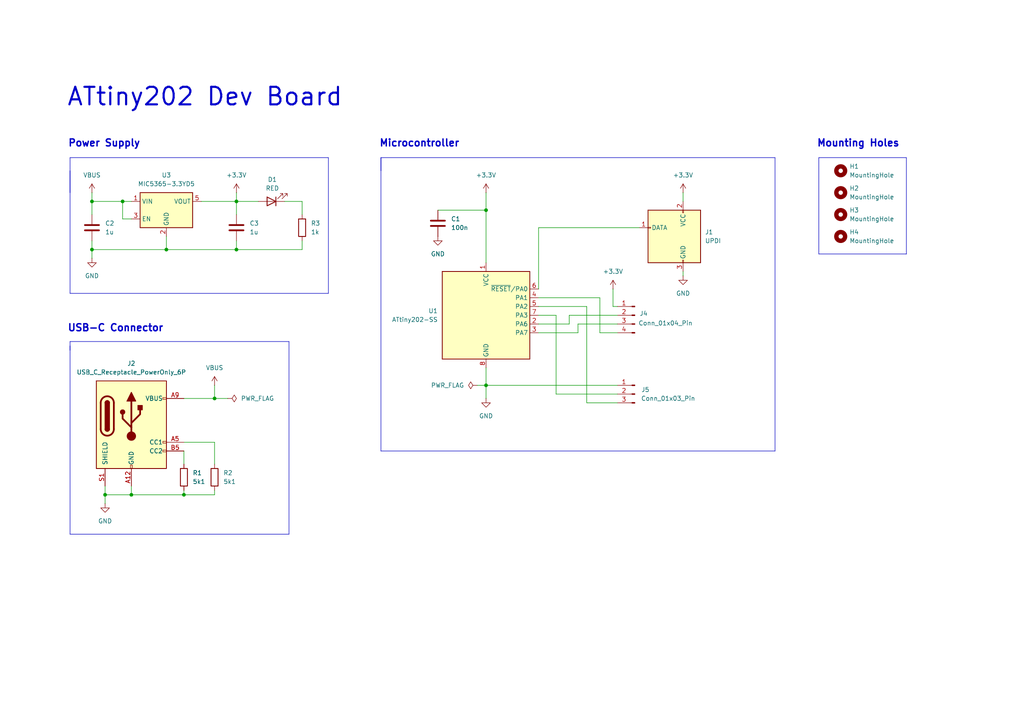
<source format=kicad_sch>
(kicad_sch
	(version 20231120)
	(generator "eeschema")
	(generator_version "8.0")
	(uuid "10f5390f-674d-4fac-af41-e5e09b4654e9")
	(paper "A4")
	(title_block
		(title "ATtiny202 Dev Board")
		(date "2024-08-25")
		(rev "1.0")
	)
	(lib_symbols
		(symbol "Connector:AVR-UPDI-6"
			(pin_names
				(offset 1.016)
			)
			(exclude_from_sim no)
			(in_bom yes)
			(on_board yes)
			(property "Reference" "J1"
				(at -8.89 1.2701 0)
				(effects
					(font
						(size 1.27 1.27)
					)
					(justify right)
				)
			)
			(property "Value" "UPDI"
				(at -8.89 -1.2699 0)
				(effects
					(font
						(size 1.27 1.27)
					)
					(justify right)
				)
			)
			(property "Footprint" "Connector_PinHeader_1.00mm:PinHeader_1x03_P1.00mm_Vertical"
				(at -6.35 -1.27 90)
				(effects
					(font
						(size 1.27 1.27)
					)
					(hide yes)
				)
			)
			(property "Datasheet" ""
				(at -32.385 -13.97 0)
				(effects
					(font
						(size 1.27 1.27)
					)
					(hide yes)
				)
			)
			(property "Description" "UPDI"
				(at 0 0 0)
				(effects
					(font
						(size 1.27 1.27)
					)
					(hide yes)
				)
			)
			(property "ki_keywords" "AVR UPDI Connector"
				(at 0 0 0)
				(effects
					(font
						(size 1.27 1.27)
					)
					(hide yes)
				)
			)
			(property "ki_fp_filters" "IDC?Header*2x03* Pin?Header*2x03*"
				(at 0 0 0)
				(effects
					(font
						(size 1.27 1.27)
					)
					(hide yes)
				)
			)
			(symbol "AVR-UPDI-6_0_1"
				(rectangle
					(start -2.667 -6.858)
					(end -2.413 -7.62)
					(stroke
						(width 0)
						(type default)
					)
					(fill
						(type none)
					)
				)
				(rectangle
					(start -2.667 7.62)
					(end -2.413 6.858)
					(stroke
						(width 0)
						(type default)
					)
					(fill
						(type none)
					)
				)
				(rectangle
					(start 7.62 2.667)
					(end 6.858 2.413)
					(stroke
						(width 0)
						(type default)
					)
					(fill
						(type none)
					)
				)
				(rectangle
					(start 7.62 7.62)
					(end -7.62 -7.62)
					(stroke
						(width 0.254)
						(type default)
					)
					(fill
						(type background)
					)
				)
			)
			(symbol "AVR-UPDI-6_1_1"
				(pin passive line
					(at 10.16 2.54 180)
					(length 2.54)
					(name "DATA"
						(effects
							(font
								(size 1.27 1.27)
							)
						)
					)
					(number "1"
						(effects
							(font
								(size 1.27 1.27)
							)
						)
					)
				)
				(pin passive line
					(at -2.54 10.16 270)
					(length 2.54)
					(name "VCC"
						(effects
							(font
								(size 1.27 1.27)
							)
						)
					)
					(number "2"
						(effects
							(font
								(size 1.27 1.27)
							)
						)
					)
				)
				(pin passive line
					(at -2.54 -10.16 90)
					(length 2.54)
					(name "GND"
						(effects
							(font
								(size 1.27 1.27)
							)
						)
					)
					(number "3"
						(effects
							(font
								(size 1.27 1.27)
							)
						)
					)
				)
			)
		)
		(symbol "Connector:Conn_01x03_Pin"
			(pin_names
				(offset 1.016) hide)
			(exclude_from_sim no)
			(in_bom yes)
			(on_board yes)
			(property "Reference" "J"
				(at 0 5.08 0)
				(effects
					(font
						(size 1.27 1.27)
					)
				)
			)
			(property "Value" "Conn_01x03_Pin"
				(at 0 -5.08 0)
				(effects
					(font
						(size 1.27 1.27)
					)
				)
			)
			(property "Footprint" ""
				(at 0 0 0)
				(effects
					(font
						(size 1.27 1.27)
					)
					(hide yes)
				)
			)
			(property "Datasheet" "~"
				(at 0 0 0)
				(effects
					(font
						(size 1.27 1.27)
					)
					(hide yes)
				)
			)
			(property "Description" "Generic connector, single row, 01x03, script generated"
				(at 0 0 0)
				(effects
					(font
						(size 1.27 1.27)
					)
					(hide yes)
				)
			)
			(property "ki_locked" ""
				(at 0 0 0)
				(effects
					(font
						(size 1.27 1.27)
					)
				)
			)
			(property "ki_keywords" "connector"
				(at 0 0 0)
				(effects
					(font
						(size 1.27 1.27)
					)
					(hide yes)
				)
			)
			(property "ki_fp_filters" "Connector*:*_1x??_*"
				(at 0 0 0)
				(effects
					(font
						(size 1.27 1.27)
					)
					(hide yes)
				)
			)
			(symbol "Conn_01x03_Pin_1_1"
				(polyline
					(pts
						(xy 1.27 -2.54) (xy 0.8636 -2.54)
					)
					(stroke
						(width 0.1524)
						(type default)
					)
					(fill
						(type none)
					)
				)
				(polyline
					(pts
						(xy 1.27 0) (xy 0.8636 0)
					)
					(stroke
						(width 0.1524)
						(type default)
					)
					(fill
						(type none)
					)
				)
				(polyline
					(pts
						(xy 1.27 2.54) (xy 0.8636 2.54)
					)
					(stroke
						(width 0.1524)
						(type default)
					)
					(fill
						(type none)
					)
				)
				(rectangle
					(start 0.8636 -2.413)
					(end 0 -2.667)
					(stroke
						(width 0.1524)
						(type default)
					)
					(fill
						(type outline)
					)
				)
				(rectangle
					(start 0.8636 0.127)
					(end 0 -0.127)
					(stroke
						(width 0.1524)
						(type default)
					)
					(fill
						(type outline)
					)
				)
				(rectangle
					(start 0.8636 2.667)
					(end 0 2.413)
					(stroke
						(width 0.1524)
						(type default)
					)
					(fill
						(type outline)
					)
				)
				(pin passive line
					(at 5.08 2.54 180)
					(length 3.81)
					(name "Pin_1"
						(effects
							(font
								(size 1.27 1.27)
							)
						)
					)
					(number "1"
						(effects
							(font
								(size 1.27 1.27)
							)
						)
					)
				)
				(pin passive line
					(at 5.08 0 180)
					(length 3.81)
					(name "Pin_2"
						(effects
							(font
								(size 1.27 1.27)
							)
						)
					)
					(number "2"
						(effects
							(font
								(size 1.27 1.27)
							)
						)
					)
				)
				(pin passive line
					(at 5.08 -2.54 180)
					(length 3.81)
					(name "Pin_3"
						(effects
							(font
								(size 1.27 1.27)
							)
						)
					)
					(number "3"
						(effects
							(font
								(size 1.27 1.27)
							)
						)
					)
				)
			)
		)
		(symbol "Connector:Conn_01x04_Pin"
			(pin_names
				(offset 1.016) hide)
			(exclude_from_sim no)
			(in_bom yes)
			(on_board yes)
			(property "Reference" "J"
				(at 0 5.08 0)
				(effects
					(font
						(size 1.27 1.27)
					)
				)
			)
			(property "Value" "Conn_01x04_Pin"
				(at 0 -7.62 0)
				(effects
					(font
						(size 1.27 1.27)
					)
				)
			)
			(property "Footprint" ""
				(at 0 0 0)
				(effects
					(font
						(size 1.27 1.27)
					)
					(hide yes)
				)
			)
			(property "Datasheet" "~"
				(at 0 0 0)
				(effects
					(font
						(size 1.27 1.27)
					)
					(hide yes)
				)
			)
			(property "Description" "Generic connector, single row, 01x04, script generated"
				(at 0 0 0)
				(effects
					(font
						(size 1.27 1.27)
					)
					(hide yes)
				)
			)
			(property "ki_locked" ""
				(at 0 0 0)
				(effects
					(font
						(size 1.27 1.27)
					)
				)
			)
			(property "ki_keywords" "connector"
				(at 0 0 0)
				(effects
					(font
						(size 1.27 1.27)
					)
					(hide yes)
				)
			)
			(property "ki_fp_filters" "Connector*:*_1x??_*"
				(at 0 0 0)
				(effects
					(font
						(size 1.27 1.27)
					)
					(hide yes)
				)
			)
			(symbol "Conn_01x04_Pin_1_1"
				(polyline
					(pts
						(xy 1.27 -5.08) (xy 0.8636 -5.08)
					)
					(stroke
						(width 0.1524)
						(type default)
					)
					(fill
						(type none)
					)
				)
				(polyline
					(pts
						(xy 1.27 -2.54) (xy 0.8636 -2.54)
					)
					(stroke
						(width 0.1524)
						(type default)
					)
					(fill
						(type none)
					)
				)
				(polyline
					(pts
						(xy 1.27 0) (xy 0.8636 0)
					)
					(stroke
						(width 0.1524)
						(type default)
					)
					(fill
						(type none)
					)
				)
				(polyline
					(pts
						(xy 1.27 2.54) (xy 0.8636 2.54)
					)
					(stroke
						(width 0.1524)
						(type default)
					)
					(fill
						(type none)
					)
				)
				(rectangle
					(start 0.8636 -4.953)
					(end 0 -5.207)
					(stroke
						(width 0.1524)
						(type default)
					)
					(fill
						(type outline)
					)
				)
				(rectangle
					(start 0.8636 -2.413)
					(end 0 -2.667)
					(stroke
						(width 0.1524)
						(type default)
					)
					(fill
						(type outline)
					)
				)
				(rectangle
					(start 0.8636 0.127)
					(end 0 -0.127)
					(stroke
						(width 0.1524)
						(type default)
					)
					(fill
						(type outline)
					)
				)
				(rectangle
					(start 0.8636 2.667)
					(end 0 2.413)
					(stroke
						(width 0.1524)
						(type default)
					)
					(fill
						(type outline)
					)
				)
				(pin passive line
					(at 5.08 2.54 180)
					(length 3.81)
					(name "Pin_1"
						(effects
							(font
								(size 1.27 1.27)
							)
						)
					)
					(number "1"
						(effects
							(font
								(size 1.27 1.27)
							)
						)
					)
				)
				(pin passive line
					(at 5.08 0 180)
					(length 3.81)
					(name "Pin_2"
						(effects
							(font
								(size 1.27 1.27)
							)
						)
					)
					(number "2"
						(effects
							(font
								(size 1.27 1.27)
							)
						)
					)
				)
				(pin passive line
					(at 5.08 -2.54 180)
					(length 3.81)
					(name "Pin_3"
						(effects
							(font
								(size 1.27 1.27)
							)
						)
					)
					(number "3"
						(effects
							(font
								(size 1.27 1.27)
							)
						)
					)
				)
				(pin passive line
					(at 5.08 -5.08 180)
					(length 3.81)
					(name "Pin_4"
						(effects
							(font
								(size 1.27 1.27)
							)
						)
					)
					(number "4"
						(effects
							(font
								(size 1.27 1.27)
							)
						)
					)
				)
			)
		)
		(symbol "Connector:USB_C_Receptacle_PowerOnly_6P"
			(pin_names
				(offset 1.016)
			)
			(exclude_from_sim no)
			(in_bom yes)
			(on_board yes)
			(property "Reference" "J"
				(at 0 16.51 0)
				(effects
					(font
						(size 1.27 1.27)
					)
					(justify bottom)
				)
			)
			(property "Value" "USB_C_Receptacle_PowerOnly_6P"
				(at 0 13.97 0)
				(effects
					(font
						(size 1.27 1.27)
					)
					(justify bottom)
				)
			)
			(property "Footprint" ""
				(at 3.81 2.54 0)
				(effects
					(font
						(size 1.27 1.27)
					)
					(hide yes)
				)
			)
			(property "Datasheet" "https://www.usb.org/sites/default/files/documents/usb_type-c.zip"
				(at 0 0 0)
				(effects
					(font
						(size 1.27 1.27)
					)
					(hide yes)
				)
			)
			(property "Description" "USB Power-Only 6P Type-C Receptacle connector"
				(at 0 0 0)
				(effects
					(font
						(size 1.27 1.27)
					)
					(hide yes)
				)
			)
			(property "ki_keywords" "usb universal serial bus type-C power-only charging-only 6P 6C"
				(at 0 0 0)
				(effects
					(font
						(size 1.27 1.27)
					)
					(hide yes)
				)
			)
			(property "ki_fp_filters" "USB*C*Receptacle*"
				(at 0 0 0)
				(effects
					(font
						(size 1.27 1.27)
					)
					(hide yes)
				)
			)
			(symbol "USB_C_Receptacle_PowerOnly_6P_0_0"
				(rectangle
					(start -0.254 -12.7)
					(end 0.254 -11.684)
					(stroke
						(width 0)
						(type default)
					)
					(fill
						(type none)
					)
				)
				(rectangle
					(start 10.16 -7.366)
					(end 9.144 -7.874)
					(stroke
						(width 0)
						(type default)
					)
					(fill
						(type none)
					)
				)
				(rectangle
					(start 10.16 -4.826)
					(end 9.144 -5.334)
					(stroke
						(width 0)
						(type default)
					)
					(fill
						(type none)
					)
				)
				(rectangle
					(start 10.16 7.874)
					(end 9.144 7.366)
					(stroke
						(width 0)
						(type default)
					)
					(fill
						(type none)
					)
				)
			)
			(symbol "USB_C_Receptacle_PowerOnly_6P_0_1"
				(rectangle
					(start -10.16 12.7)
					(end 10.16 -12.7)
					(stroke
						(width 0.254)
						(type default)
					)
					(fill
						(type background)
					)
				)
				(arc
					(start -8.89 -1.27)
					(mid -6.985 -3.1667)
					(end -5.08 -1.27)
					(stroke
						(width 0.508)
						(type default)
					)
					(fill
						(type none)
					)
				)
				(arc
					(start -7.62 -1.27)
					(mid -6.985 -1.9023)
					(end -6.35 -1.27)
					(stroke
						(width 0.254)
						(type default)
					)
					(fill
						(type none)
					)
				)
				(arc
					(start -7.62 -1.27)
					(mid -6.985 -1.9023)
					(end -6.35 -1.27)
					(stroke
						(width 0.254)
						(type default)
					)
					(fill
						(type outline)
					)
				)
				(rectangle
					(start -7.62 -1.27)
					(end -6.35 6.35)
					(stroke
						(width 0.254)
						(type default)
					)
					(fill
						(type outline)
					)
				)
				(arc
					(start -6.35 6.35)
					(mid -6.985 6.9823)
					(end -7.62 6.35)
					(stroke
						(width 0.254)
						(type default)
					)
					(fill
						(type none)
					)
				)
				(arc
					(start -6.35 6.35)
					(mid -6.985 6.9823)
					(end -7.62 6.35)
					(stroke
						(width 0.254)
						(type default)
					)
					(fill
						(type outline)
					)
				)
				(arc
					(start -5.08 6.35)
					(mid -6.985 8.2467)
					(end -8.89 6.35)
					(stroke
						(width 0.508)
						(type default)
					)
					(fill
						(type none)
					)
				)
				(circle
					(center -2.54 3.683)
					(radius 0.635)
					(stroke
						(width 0.254)
						(type default)
					)
					(fill
						(type outline)
					)
				)
				(circle
					(center 0 -3.302)
					(radius 1.27)
					(stroke
						(width 0)
						(type default)
					)
					(fill
						(type outline)
					)
				)
				(polyline
					(pts
						(xy -8.89 -1.27) (xy -8.89 6.35)
					)
					(stroke
						(width 0.508)
						(type default)
					)
					(fill
						(type none)
					)
				)
				(polyline
					(pts
						(xy -5.08 6.35) (xy -5.08 -1.27)
					)
					(stroke
						(width 0.508)
						(type default)
					)
					(fill
						(type none)
					)
				)
				(polyline
					(pts
						(xy 0 -3.302) (xy 0 6.858)
					)
					(stroke
						(width 0.508)
						(type default)
					)
					(fill
						(type none)
					)
				)
				(polyline
					(pts
						(xy 0 -0.762) (xy -2.54 1.778) (xy -2.54 3.048)
					)
					(stroke
						(width 0.508)
						(type default)
					)
					(fill
						(type none)
					)
				)
				(polyline
					(pts
						(xy 0 0.508) (xy 2.54 3.048) (xy 2.54 4.318)
					)
					(stroke
						(width 0.508)
						(type default)
					)
					(fill
						(type none)
					)
				)
				(polyline
					(pts
						(xy -1.27 6.858) (xy 0 9.398) (xy 1.27 6.858) (xy -1.27 6.858)
					)
					(stroke
						(width 0.254)
						(type default)
					)
					(fill
						(type outline)
					)
				)
				(rectangle
					(start 1.905 4.318)
					(end 3.175 5.588)
					(stroke
						(width 0.254)
						(type default)
					)
					(fill
						(type outline)
					)
				)
			)
			(symbol "USB_C_Receptacle_PowerOnly_6P_1_1"
				(pin passive line
					(at 0 -17.78 90)
					(length 5.08)
					(name "GND"
						(effects
							(font
								(size 1.27 1.27)
							)
						)
					)
					(number "A12"
						(effects
							(font
								(size 1.27 1.27)
							)
						)
					)
				)
				(pin bidirectional line
					(at 15.24 -5.08 180)
					(length 5.08)
					(name "CC1"
						(effects
							(font
								(size 1.27 1.27)
							)
						)
					)
					(number "A5"
						(effects
							(font
								(size 1.27 1.27)
							)
						)
					)
				)
				(pin passive line
					(at 15.24 7.62 180)
					(length 5.08)
					(name "VBUS"
						(effects
							(font
								(size 1.27 1.27)
							)
						)
					)
					(number "A9"
						(effects
							(font
								(size 1.27 1.27)
							)
						)
					)
				)
				(pin passive line
					(at 0 -17.78 90)
					(length 5.08) hide
					(name "GND"
						(effects
							(font
								(size 1.27 1.27)
							)
						)
					)
					(number "B12"
						(effects
							(font
								(size 1.27 1.27)
							)
						)
					)
				)
				(pin bidirectional line
					(at 15.24 -7.62 180)
					(length 5.08)
					(name "CC2"
						(effects
							(font
								(size 1.27 1.27)
							)
						)
					)
					(number "B5"
						(effects
							(font
								(size 1.27 1.27)
							)
						)
					)
				)
				(pin passive line
					(at 15.24 7.62 180)
					(length 5.08) hide
					(name "VBUS"
						(effects
							(font
								(size 1.27 1.27)
							)
						)
					)
					(number "B9"
						(effects
							(font
								(size 1.27 1.27)
							)
						)
					)
				)
				(pin passive line
					(at -7.62 -17.78 90)
					(length 5.08)
					(name "SHIELD"
						(effects
							(font
								(size 1.27 1.27)
							)
						)
					)
					(number "S1"
						(effects
							(font
								(size 1.27 1.27)
							)
						)
					)
				)
			)
		)
		(symbol "Device:C"
			(pin_numbers hide)
			(pin_names
				(offset 0.254)
			)
			(exclude_from_sim no)
			(in_bom yes)
			(on_board yes)
			(property "Reference" "C"
				(at 0.635 2.54 0)
				(effects
					(font
						(size 1.27 1.27)
					)
					(justify left)
				)
			)
			(property "Value" "C"
				(at 0.635 -2.54 0)
				(effects
					(font
						(size 1.27 1.27)
					)
					(justify left)
				)
			)
			(property "Footprint" ""
				(at 0.9652 -3.81 0)
				(effects
					(font
						(size 1.27 1.27)
					)
					(hide yes)
				)
			)
			(property "Datasheet" "~"
				(at 0 0 0)
				(effects
					(font
						(size 1.27 1.27)
					)
					(hide yes)
				)
			)
			(property "Description" "Unpolarized capacitor"
				(at 0 0 0)
				(effects
					(font
						(size 1.27 1.27)
					)
					(hide yes)
				)
			)
			(property "ki_keywords" "cap capacitor"
				(at 0 0 0)
				(effects
					(font
						(size 1.27 1.27)
					)
					(hide yes)
				)
			)
			(property "ki_fp_filters" "C_*"
				(at 0 0 0)
				(effects
					(font
						(size 1.27 1.27)
					)
					(hide yes)
				)
			)
			(symbol "C_0_1"
				(polyline
					(pts
						(xy -2.032 -0.762) (xy 2.032 -0.762)
					)
					(stroke
						(width 0.508)
						(type default)
					)
					(fill
						(type none)
					)
				)
				(polyline
					(pts
						(xy -2.032 0.762) (xy 2.032 0.762)
					)
					(stroke
						(width 0.508)
						(type default)
					)
					(fill
						(type none)
					)
				)
			)
			(symbol "C_1_1"
				(pin passive line
					(at 0 3.81 270)
					(length 2.794)
					(name "~"
						(effects
							(font
								(size 1.27 1.27)
							)
						)
					)
					(number "1"
						(effects
							(font
								(size 1.27 1.27)
							)
						)
					)
				)
				(pin passive line
					(at 0 -3.81 90)
					(length 2.794)
					(name "~"
						(effects
							(font
								(size 1.27 1.27)
							)
						)
					)
					(number "2"
						(effects
							(font
								(size 1.27 1.27)
							)
						)
					)
				)
			)
		)
		(symbol "Device:LED"
			(pin_numbers hide)
			(pin_names
				(offset 1.016) hide)
			(exclude_from_sim no)
			(in_bom yes)
			(on_board yes)
			(property "Reference" "D"
				(at 0 2.54 0)
				(effects
					(font
						(size 1.27 1.27)
					)
				)
			)
			(property "Value" "LED"
				(at 0 -2.54 0)
				(effects
					(font
						(size 1.27 1.27)
					)
				)
			)
			(property "Footprint" ""
				(at 0 0 0)
				(effects
					(font
						(size 1.27 1.27)
					)
					(hide yes)
				)
			)
			(property "Datasheet" "~"
				(at 0 0 0)
				(effects
					(font
						(size 1.27 1.27)
					)
					(hide yes)
				)
			)
			(property "Description" "Light emitting diode"
				(at 0 0 0)
				(effects
					(font
						(size 1.27 1.27)
					)
					(hide yes)
				)
			)
			(property "ki_keywords" "LED diode"
				(at 0 0 0)
				(effects
					(font
						(size 1.27 1.27)
					)
					(hide yes)
				)
			)
			(property "ki_fp_filters" "LED* LED_SMD:* LED_THT:*"
				(at 0 0 0)
				(effects
					(font
						(size 1.27 1.27)
					)
					(hide yes)
				)
			)
			(symbol "LED_0_1"
				(polyline
					(pts
						(xy -1.27 -1.27) (xy -1.27 1.27)
					)
					(stroke
						(width 0.254)
						(type default)
					)
					(fill
						(type none)
					)
				)
				(polyline
					(pts
						(xy -1.27 0) (xy 1.27 0)
					)
					(stroke
						(width 0)
						(type default)
					)
					(fill
						(type none)
					)
				)
				(polyline
					(pts
						(xy 1.27 -1.27) (xy 1.27 1.27) (xy -1.27 0) (xy 1.27 -1.27)
					)
					(stroke
						(width 0.254)
						(type default)
					)
					(fill
						(type none)
					)
				)
				(polyline
					(pts
						(xy -3.048 -0.762) (xy -4.572 -2.286) (xy -3.81 -2.286) (xy -4.572 -2.286) (xy -4.572 -1.524)
					)
					(stroke
						(width 0)
						(type default)
					)
					(fill
						(type none)
					)
				)
				(polyline
					(pts
						(xy -1.778 -0.762) (xy -3.302 -2.286) (xy -2.54 -2.286) (xy -3.302 -2.286) (xy -3.302 -1.524)
					)
					(stroke
						(width 0)
						(type default)
					)
					(fill
						(type none)
					)
				)
			)
			(symbol "LED_1_1"
				(pin passive line
					(at -3.81 0 0)
					(length 2.54)
					(name "K"
						(effects
							(font
								(size 1.27 1.27)
							)
						)
					)
					(number "1"
						(effects
							(font
								(size 1.27 1.27)
							)
						)
					)
				)
				(pin passive line
					(at 3.81 0 180)
					(length 2.54)
					(name "A"
						(effects
							(font
								(size 1.27 1.27)
							)
						)
					)
					(number "2"
						(effects
							(font
								(size 1.27 1.27)
							)
						)
					)
				)
			)
		)
		(symbol "Device:R"
			(pin_numbers hide)
			(pin_names
				(offset 0)
			)
			(exclude_from_sim no)
			(in_bom yes)
			(on_board yes)
			(property "Reference" "R"
				(at 2.032 0 90)
				(effects
					(font
						(size 1.27 1.27)
					)
				)
			)
			(property "Value" "R"
				(at 0 0 90)
				(effects
					(font
						(size 1.27 1.27)
					)
				)
			)
			(property "Footprint" ""
				(at -1.778 0 90)
				(effects
					(font
						(size 1.27 1.27)
					)
					(hide yes)
				)
			)
			(property "Datasheet" "~"
				(at 0 0 0)
				(effects
					(font
						(size 1.27 1.27)
					)
					(hide yes)
				)
			)
			(property "Description" "Resistor"
				(at 0 0 0)
				(effects
					(font
						(size 1.27 1.27)
					)
					(hide yes)
				)
			)
			(property "ki_keywords" "R res resistor"
				(at 0 0 0)
				(effects
					(font
						(size 1.27 1.27)
					)
					(hide yes)
				)
			)
			(property "ki_fp_filters" "R_*"
				(at 0 0 0)
				(effects
					(font
						(size 1.27 1.27)
					)
					(hide yes)
				)
			)
			(symbol "R_0_1"
				(rectangle
					(start -1.016 -2.54)
					(end 1.016 2.54)
					(stroke
						(width 0.254)
						(type default)
					)
					(fill
						(type none)
					)
				)
			)
			(symbol "R_1_1"
				(pin passive line
					(at 0 3.81 270)
					(length 1.27)
					(name "~"
						(effects
							(font
								(size 1.27 1.27)
							)
						)
					)
					(number "1"
						(effects
							(font
								(size 1.27 1.27)
							)
						)
					)
				)
				(pin passive line
					(at 0 -3.81 90)
					(length 1.27)
					(name "~"
						(effects
							(font
								(size 1.27 1.27)
							)
						)
					)
					(number "2"
						(effects
							(font
								(size 1.27 1.27)
							)
						)
					)
				)
			)
		)
		(symbol "MCU_Microchip_ATtiny:ATtiny202-SS"
			(exclude_from_sim no)
			(in_bom yes)
			(on_board yes)
			(property "Reference" "U"
				(at -12.7 13.97 0)
				(effects
					(font
						(size 1.27 1.27)
					)
					(justify left bottom)
				)
			)
			(property "Value" "ATtiny202-SS"
				(at 2.54 -13.97 0)
				(effects
					(font
						(size 1.27 1.27)
					)
					(justify left top)
				)
			)
			(property "Footprint" "Package_SO:SOIC-8_3.9x4.9mm_P1.27mm"
				(at 0 0 0)
				(effects
					(font
						(size 1.27 1.27)
						(italic yes)
					)
					(hide yes)
				)
			)
			(property "Datasheet" "http://ww1.microchip.com/downloads/en/DeviceDoc/ATtiny202-402-AVR-MCU-with-Core-Independent-Peripherals_and-picoPower-40001969A.pdf"
				(at 0 0 0)
				(effects
					(font
						(size 1.27 1.27)
					)
					(hide yes)
				)
			)
			(property "Description" "20MHz, 2kB Flash, 128B SRAM, 64B EEPROM, SOIC-8"
				(at 0 0 0)
				(effects
					(font
						(size 1.27 1.27)
					)
					(hide yes)
				)
			)
			(property "ki_keywords" "AVR 8bit Microcontroller tinyAVR"
				(at 0 0 0)
				(effects
					(font
						(size 1.27 1.27)
					)
					(hide yes)
				)
			)
			(property "ki_fp_filters" "SOIC*3.9x4.9mm*P1.27mm*"
				(at 0 0 0)
				(effects
					(font
						(size 1.27 1.27)
					)
					(hide yes)
				)
			)
			(symbol "ATtiny202-SS_0_1"
				(rectangle
					(start -12.7 -12.7)
					(end 12.7 12.7)
					(stroke
						(width 0.254)
						(type default)
					)
					(fill
						(type background)
					)
				)
			)
			(symbol "ATtiny202-SS_1_1"
				(pin power_in line
					(at 0 15.24 270)
					(length 2.54)
					(name "VCC"
						(effects
							(font
								(size 1.27 1.27)
							)
						)
					)
					(number "1"
						(effects
							(font
								(size 1.27 1.27)
							)
						)
					)
				)
				(pin bidirectional line
					(at 15.24 -2.54 180)
					(length 2.54)
					(name "PA6"
						(effects
							(font
								(size 1.27 1.27)
							)
						)
					)
					(number "2"
						(effects
							(font
								(size 1.27 1.27)
							)
						)
					)
				)
				(pin bidirectional line
					(at 15.24 -5.08 180)
					(length 2.54)
					(name "PA7"
						(effects
							(font
								(size 1.27 1.27)
							)
						)
					)
					(number "3"
						(effects
							(font
								(size 1.27 1.27)
							)
						)
					)
				)
				(pin bidirectional line
					(at 15.24 5.08 180)
					(length 2.54)
					(name "PA1"
						(effects
							(font
								(size 1.27 1.27)
							)
						)
					)
					(number "4"
						(effects
							(font
								(size 1.27 1.27)
							)
						)
					)
				)
				(pin bidirectional line
					(at 15.24 2.54 180)
					(length 2.54)
					(name "PA2"
						(effects
							(font
								(size 1.27 1.27)
							)
						)
					)
					(number "5"
						(effects
							(font
								(size 1.27 1.27)
							)
						)
					)
				)
				(pin bidirectional line
					(at 15.24 7.62 180)
					(length 2.54)
					(name "~{RESET}/PA0"
						(effects
							(font
								(size 1.27 1.27)
							)
						)
					)
					(number "6"
						(effects
							(font
								(size 1.27 1.27)
							)
						)
					)
				)
				(pin bidirectional line
					(at 15.24 0 180)
					(length 2.54)
					(name "PA3"
						(effects
							(font
								(size 1.27 1.27)
							)
						)
					)
					(number "7"
						(effects
							(font
								(size 1.27 1.27)
							)
						)
					)
				)
				(pin power_in line
					(at 0 -15.24 90)
					(length 2.54)
					(name "GND"
						(effects
							(font
								(size 1.27 1.27)
							)
						)
					)
					(number "8"
						(effects
							(font
								(size 1.27 1.27)
							)
						)
					)
				)
			)
		)
		(symbol "Mechanical:MountingHole"
			(pin_names
				(offset 1.016)
			)
			(exclude_from_sim yes)
			(in_bom no)
			(on_board yes)
			(property "Reference" "H"
				(at 0 5.08 0)
				(effects
					(font
						(size 1.27 1.27)
					)
				)
			)
			(property "Value" "MountingHole"
				(at 0 3.175 0)
				(effects
					(font
						(size 1.27 1.27)
					)
				)
			)
			(property "Footprint" ""
				(at 0 0 0)
				(effects
					(font
						(size 1.27 1.27)
					)
					(hide yes)
				)
			)
			(property "Datasheet" "~"
				(at 0 0 0)
				(effects
					(font
						(size 1.27 1.27)
					)
					(hide yes)
				)
			)
			(property "Description" "Mounting Hole without connection"
				(at 0 0 0)
				(effects
					(font
						(size 1.27 1.27)
					)
					(hide yes)
				)
			)
			(property "ki_keywords" "mounting hole"
				(at 0 0 0)
				(effects
					(font
						(size 1.27 1.27)
					)
					(hide yes)
				)
			)
			(property "ki_fp_filters" "MountingHole*"
				(at 0 0 0)
				(effects
					(font
						(size 1.27 1.27)
					)
					(hide yes)
				)
			)
			(symbol "MountingHole_0_1"
				(circle
					(center 0 0)
					(radius 1.27)
					(stroke
						(width 1.27)
						(type default)
					)
					(fill
						(type none)
					)
				)
			)
		)
		(symbol "Regulator_Linear:MIC5365-3.3YD5"
			(exclude_from_sim no)
			(in_bom yes)
			(on_board yes)
			(property "Reference" "U"
				(at -7.62 6.35 0)
				(effects
					(font
						(size 1.27 1.27)
					)
					(justify left)
				)
			)
			(property "Value" "MIC5365-3.3YD5"
				(at 0 6.35 0)
				(effects
					(font
						(size 1.27 1.27)
					)
					(justify left)
				)
			)
			(property "Footprint" "Package_TO_SOT_SMD:SOT-23-5"
				(at 0 8.89 0)
				(effects
					(font
						(size 1.27 1.27)
					)
					(hide yes)
				)
			)
			(property "Datasheet" "http://ww1.microchip.com/downloads/en/DeviceDoc/mic5365.pdf"
				(at -6.35 6.35 0)
				(effects
					(font
						(size 1.27 1.27)
					)
					(hide yes)
				)
			)
			(property "Description" "150mA Low-dropout Voltage Regulator, Vout 3.3V, Vin up to 5.5V, SOT-23-5"
				(at 0 0 0)
				(effects
					(font
						(size 1.27 1.27)
					)
					(hide yes)
				)
			)
			(property "ki_keywords" "Micrel LDO voltage regulator"
				(at 0 0 0)
				(effects
					(font
						(size 1.27 1.27)
					)
					(hide yes)
				)
			)
			(property "ki_fp_filters" "SOT?23*"
				(at 0 0 0)
				(effects
					(font
						(size 1.27 1.27)
					)
					(hide yes)
				)
			)
			(symbol "MIC5365-3.3YD5_0_1"
				(rectangle
					(start -7.62 -5.08)
					(end 7.62 5.08)
					(stroke
						(width 0.254)
						(type default)
					)
					(fill
						(type background)
					)
				)
			)
			(symbol "MIC5365-3.3YD5_1_1"
				(pin power_in line
					(at -10.16 2.54 0)
					(length 2.54)
					(name "VIN"
						(effects
							(font
								(size 1.27 1.27)
							)
						)
					)
					(number "1"
						(effects
							(font
								(size 1.27 1.27)
							)
						)
					)
				)
				(pin power_in line
					(at 0 -7.62 90)
					(length 2.54)
					(name "GND"
						(effects
							(font
								(size 1.27 1.27)
							)
						)
					)
					(number "2"
						(effects
							(font
								(size 1.27 1.27)
							)
						)
					)
				)
				(pin input line
					(at -10.16 -2.54 0)
					(length 2.54)
					(name "EN"
						(effects
							(font
								(size 1.27 1.27)
							)
						)
					)
					(number "3"
						(effects
							(font
								(size 1.27 1.27)
							)
						)
					)
				)
				(pin no_connect line
					(at 7.62 -2.54 180)
					(length 2.54) hide
					(name "NC"
						(effects
							(font
								(size 1.27 1.27)
							)
						)
					)
					(number "4"
						(effects
							(font
								(size 1.27 1.27)
							)
						)
					)
				)
				(pin power_out line
					(at 10.16 2.54 180)
					(length 2.54)
					(name "VOUT"
						(effects
							(font
								(size 1.27 1.27)
							)
						)
					)
					(number "5"
						(effects
							(font
								(size 1.27 1.27)
							)
						)
					)
				)
			)
		)
		(symbol "power:+3.3V"
			(power)
			(pin_numbers hide)
			(pin_names
				(offset 0) hide)
			(exclude_from_sim no)
			(in_bom yes)
			(on_board yes)
			(property "Reference" "#PWR"
				(at 0 -3.81 0)
				(effects
					(font
						(size 1.27 1.27)
					)
					(hide yes)
				)
			)
			(property "Value" "+3.3V"
				(at 0 3.556 0)
				(effects
					(font
						(size 1.27 1.27)
					)
				)
			)
			(property "Footprint" ""
				(at 0 0 0)
				(effects
					(font
						(size 1.27 1.27)
					)
					(hide yes)
				)
			)
			(property "Datasheet" ""
				(at 0 0 0)
				(effects
					(font
						(size 1.27 1.27)
					)
					(hide yes)
				)
			)
			(property "Description" "Power symbol creates a global label with name \"+3.3V\""
				(at 0 0 0)
				(effects
					(font
						(size 1.27 1.27)
					)
					(hide yes)
				)
			)
			(property "ki_keywords" "global power"
				(at 0 0 0)
				(effects
					(font
						(size 1.27 1.27)
					)
					(hide yes)
				)
			)
			(symbol "+3.3V_0_1"
				(polyline
					(pts
						(xy -0.762 1.27) (xy 0 2.54)
					)
					(stroke
						(width 0)
						(type default)
					)
					(fill
						(type none)
					)
				)
				(polyline
					(pts
						(xy 0 0) (xy 0 2.54)
					)
					(stroke
						(width 0)
						(type default)
					)
					(fill
						(type none)
					)
				)
				(polyline
					(pts
						(xy 0 2.54) (xy 0.762 1.27)
					)
					(stroke
						(width 0)
						(type default)
					)
					(fill
						(type none)
					)
				)
			)
			(symbol "+3.3V_1_1"
				(pin power_in line
					(at 0 0 90)
					(length 0)
					(name "~"
						(effects
							(font
								(size 1.27 1.27)
							)
						)
					)
					(number "1"
						(effects
							(font
								(size 1.27 1.27)
							)
						)
					)
				)
			)
		)
		(symbol "power:GND"
			(power)
			(pin_numbers hide)
			(pin_names
				(offset 0) hide)
			(exclude_from_sim no)
			(in_bom yes)
			(on_board yes)
			(property "Reference" "#PWR"
				(at 0 -6.35 0)
				(effects
					(font
						(size 1.27 1.27)
					)
					(hide yes)
				)
			)
			(property "Value" "GND"
				(at 0 -3.81 0)
				(effects
					(font
						(size 1.27 1.27)
					)
				)
			)
			(property "Footprint" ""
				(at 0 0 0)
				(effects
					(font
						(size 1.27 1.27)
					)
					(hide yes)
				)
			)
			(property "Datasheet" ""
				(at 0 0 0)
				(effects
					(font
						(size 1.27 1.27)
					)
					(hide yes)
				)
			)
			(property "Description" "Power symbol creates a global label with name \"GND\" , ground"
				(at 0 0 0)
				(effects
					(font
						(size 1.27 1.27)
					)
					(hide yes)
				)
			)
			(property "ki_keywords" "global power"
				(at 0 0 0)
				(effects
					(font
						(size 1.27 1.27)
					)
					(hide yes)
				)
			)
			(symbol "GND_0_1"
				(polyline
					(pts
						(xy 0 0) (xy 0 -1.27) (xy 1.27 -1.27) (xy 0 -2.54) (xy -1.27 -1.27) (xy 0 -1.27)
					)
					(stroke
						(width 0)
						(type default)
					)
					(fill
						(type none)
					)
				)
			)
			(symbol "GND_1_1"
				(pin power_in line
					(at 0 0 270)
					(length 0)
					(name "~"
						(effects
							(font
								(size 1.27 1.27)
							)
						)
					)
					(number "1"
						(effects
							(font
								(size 1.27 1.27)
							)
						)
					)
				)
			)
		)
		(symbol "power:PWR_FLAG"
			(power)
			(pin_numbers hide)
			(pin_names
				(offset 0) hide)
			(exclude_from_sim no)
			(in_bom yes)
			(on_board yes)
			(property "Reference" "#FLG"
				(at 0 1.905 0)
				(effects
					(font
						(size 1.27 1.27)
					)
					(hide yes)
				)
			)
			(property "Value" "PWR_FLAG"
				(at 0 3.81 0)
				(effects
					(font
						(size 1.27 1.27)
					)
				)
			)
			(property "Footprint" ""
				(at 0 0 0)
				(effects
					(font
						(size 1.27 1.27)
					)
					(hide yes)
				)
			)
			(property "Datasheet" "~"
				(at 0 0 0)
				(effects
					(font
						(size 1.27 1.27)
					)
					(hide yes)
				)
			)
			(property "Description" "Special symbol for telling ERC where power comes from"
				(at 0 0 0)
				(effects
					(font
						(size 1.27 1.27)
					)
					(hide yes)
				)
			)
			(property "ki_keywords" "flag power"
				(at 0 0 0)
				(effects
					(font
						(size 1.27 1.27)
					)
					(hide yes)
				)
			)
			(symbol "PWR_FLAG_0_0"
				(pin power_out line
					(at 0 0 90)
					(length 0)
					(name "~"
						(effects
							(font
								(size 1.27 1.27)
							)
						)
					)
					(number "1"
						(effects
							(font
								(size 1.27 1.27)
							)
						)
					)
				)
			)
			(symbol "PWR_FLAG_0_1"
				(polyline
					(pts
						(xy 0 0) (xy 0 1.27) (xy -1.016 1.905) (xy 0 2.54) (xy 1.016 1.905) (xy 0 1.27)
					)
					(stroke
						(width 0)
						(type default)
					)
					(fill
						(type none)
					)
				)
			)
		)
		(symbol "power:VBUS"
			(power)
			(pin_numbers hide)
			(pin_names
				(offset 0) hide)
			(exclude_from_sim no)
			(in_bom yes)
			(on_board yes)
			(property "Reference" "#PWR"
				(at 0 -3.81 0)
				(effects
					(font
						(size 1.27 1.27)
					)
					(hide yes)
				)
			)
			(property "Value" "VBUS"
				(at 0 3.556 0)
				(effects
					(font
						(size 1.27 1.27)
					)
				)
			)
			(property "Footprint" ""
				(at 0 0 0)
				(effects
					(font
						(size 1.27 1.27)
					)
					(hide yes)
				)
			)
			(property "Datasheet" ""
				(at 0 0 0)
				(effects
					(font
						(size 1.27 1.27)
					)
					(hide yes)
				)
			)
			(property "Description" "Power symbol creates a global label with name \"VBUS\""
				(at 0 0 0)
				(effects
					(font
						(size 1.27 1.27)
					)
					(hide yes)
				)
			)
			(property "ki_keywords" "global power"
				(at 0 0 0)
				(effects
					(font
						(size 1.27 1.27)
					)
					(hide yes)
				)
			)
			(symbol "VBUS_0_1"
				(polyline
					(pts
						(xy -0.762 1.27) (xy 0 2.54)
					)
					(stroke
						(width 0)
						(type default)
					)
					(fill
						(type none)
					)
				)
				(polyline
					(pts
						(xy 0 0) (xy 0 2.54)
					)
					(stroke
						(width 0)
						(type default)
					)
					(fill
						(type none)
					)
				)
				(polyline
					(pts
						(xy 0 2.54) (xy 0.762 1.27)
					)
					(stroke
						(width 0)
						(type default)
					)
					(fill
						(type none)
					)
				)
			)
			(symbol "VBUS_1_1"
				(pin power_in line
					(at 0 0 90)
					(length 0)
					(name "~"
						(effects
							(font
								(size 1.27 1.27)
							)
						)
					)
					(number "1"
						(effects
							(font
								(size 1.27 1.27)
							)
						)
					)
				)
			)
		)
	)
	(junction
		(at 48.26 72.39)
		(diameter 0)
		(color 0 0 0 0)
		(uuid "11c8daca-cd35-4506-ab9e-fae795e37708")
	)
	(junction
		(at 140.97 60.96)
		(diameter 0)
		(color 0 0 0 0)
		(uuid "3a8a444c-727b-4f34-a580-21045b12204f")
	)
	(junction
		(at 140.97 111.76)
		(diameter 0)
		(color 0 0 0 0)
		(uuid "3d1cad47-f063-43ce-a672-ccbbc8d79840")
	)
	(junction
		(at 38.1 143.51)
		(diameter 0)
		(color 0 0 0 0)
		(uuid "6606a576-f8f4-42a0-b998-32e47e2d1a02")
	)
	(junction
		(at 68.58 58.42)
		(diameter 0)
		(color 0 0 0 0)
		(uuid "7b0249a5-ff7a-4110-bb66-f57e1056d807")
	)
	(junction
		(at 30.48 143.51)
		(diameter 0)
		(color 0 0 0 0)
		(uuid "81724d59-71e7-410d-b5f0-c094b4c69340")
	)
	(junction
		(at 68.58 72.39)
		(diameter 0)
		(color 0 0 0 0)
		(uuid "97fe7877-603c-487c-a589-e95c6212b717")
	)
	(junction
		(at 26.67 58.42)
		(diameter 0)
		(color 0 0 0 0)
		(uuid "9cb48c36-d81e-40f3-9eef-f30aba51faa8")
	)
	(junction
		(at 62.23 115.57)
		(diameter 0)
		(color 0 0 0 0)
		(uuid "b9686a45-9c97-4252-b398-5a2a6c3a33e1")
	)
	(junction
		(at 53.34 143.51)
		(diameter 0)
		(color 0 0 0 0)
		(uuid "b968fc8e-027a-4fc8-8579-cba7c6dfa164")
	)
	(junction
		(at 26.67 72.39)
		(diameter 0)
		(color 0 0 0 0)
		(uuid "f35acb01-0329-4413-ae95-20fec3203958")
	)
	(junction
		(at 35.56 58.42)
		(diameter 0)
		(color 0 0 0 0)
		(uuid "f9012436-475e-4d84-8255-6975c19ef7bd")
	)
	(wire
		(pts
			(xy 48.26 72.39) (xy 68.58 72.39)
		)
		(stroke
			(width 0)
			(type default)
		)
		(uuid "00797cb5-1826-4edf-9bae-1ec919ae2d39")
	)
	(wire
		(pts
			(xy 156.21 96.52) (xy 167.64 96.52)
		)
		(stroke
			(width 0)
			(type default)
		)
		(uuid "02387fc0-5adb-4cdb-bbfd-b041a8ff2a68")
	)
	(polyline
		(pts
			(xy 95.25 45.72) (xy 20.32 45.72)
		)
		(stroke
			(width 0)
			(type default)
		)
		(uuid "094694c4-5c87-456f-a94b-78eee30aa441")
	)
	(polyline
		(pts
			(xy 95.25 85.09) (xy 95.25 45.72)
		)
		(stroke
			(width 0)
			(type default)
		)
		(uuid "0fc283e6-161b-4a86-99d2-dc97da4c67ce")
	)
	(wire
		(pts
			(xy 68.58 58.42) (xy 68.58 62.23)
		)
		(stroke
			(width 0)
			(type default)
		)
		(uuid "17939b51-61f7-40ac-9a40-1177234431b3")
	)
	(wire
		(pts
			(xy 30.48 143.51) (xy 38.1 143.51)
		)
		(stroke
			(width 0)
			(type default)
		)
		(uuid "1d6d7116-7f84-411c-b739-e34f83978c70")
	)
	(wire
		(pts
			(xy 167.64 96.52) (xy 167.64 93.98)
		)
		(stroke
			(width 0)
			(type default)
		)
		(uuid "1f571b7f-3270-4aa0-8b02-70ab75e8293a")
	)
	(wire
		(pts
			(xy 156.21 93.98) (xy 165.1 93.98)
		)
		(stroke
			(width 0)
			(type default)
		)
		(uuid "21b468da-ffc3-4d07-ab46-3cc2fe6d3dc3")
	)
	(polyline
		(pts
			(xy 237.49 45.72) (xy 237.49 73.66)
		)
		(stroke
			(width 0)
			(type default)
		)
		(uuid "2ab3cb27-742a-4824-906f-3b11222e9a75")
	)
	(wire
		(pts
			(xy 170.18 88.9) (xy 170.18 116.84)
		)
		(stroke
			(width 0)
			(type default)
		)
		(uuid "30ead242-7d0d-4049-b50f-1c43ccf01f51")
	)
	(wire
		(pts
			(xy 26.67 55.88) (xy 26.67 58.42)
		)
		(stroke
			(width 0)
			(type default)
		)
		(uuid "31178289-a9c0-4992-a84e-859c287ede9a")
	)
	(wire
		(pts
			(xy 161.29 91.44) (xy 161.29 114.3)
		)
		(stroke
			(width 0)
			(type default)
		)
		(uuid "33fba676-bbc0-49ad-ab8e-f26fe2603e3a")
	)
	(wire
		(pts
			(xy 140.97 106.68) (xy 140.97 111.76)
		)
		(stroke
			(width 0)
			(type default)
		)
		(uuid "34554fde-9098-482c-b4be-d5bcfdf092ea")
	)
	(wire
		(pts
			(xy 167.64 93.98) (xy 179.07 93.98)
		)
		(stroke
			(width 0)
			(type default)
		)
		(uuid "35a8022c-777d-486b-a457-bb94040828f4")
	)
	(polyline
		(pts
			(xy 83.82 99.06) (xy 20.32 99.06)
		)
		(stroke
			(width 0)
			(type default)
		)
		(uuid "37beacd6-b6ef-4e17-b700-3078f6e9034f")
	)
	(wire
		(pts
			(xy 35.56 58.42) (xy 35.56 63.5)
		)
		(stroke
			(width 0)
			(type default)
		)
		(uuid "407755ea-0333-419c-9af2-225dba89805e")
	)
	(wire
		(pts
			(xy 170.18 116.84) (xy 179.07 116.84)
		)
		(stroke
			(width 0)
			(type default)
		)
		(uuid "41138b46-9d62-404f-9634-7de6975bfbd2")
	)
	(wire
		(pts
			(xy 165.1 91.44) (xy 179.07 91.44)
		)
		(stroke
			(width 0)
			(type default)
		)
		(uuid "45f75ab8-19bc-492c-a66c-0d557a62a1eb")
	)
	(wire
		(pts
			(xy 198.12 78.74) (xy 198.12 80.01)
		)
		(stroke
			(width 0)
			(type default)
		)
		(uuid "49a4d21d-2ee0-45ab-993e-668947a70424")
	)
	(wire
		(pts
			(xy 62.23 115.57) (xy 62.23 111.76)
		)
		(stroke
			(width 0)
			(type default)
		)
		(uuid "4bc8da4c-7f4e-4829-8e86-8cfb09d76f65")
	)
	(polyline
		(pts
			(xy 110.49 45.72) (xy 110.49 49.53)
		)
		(stroke
			(width 0)
			(type default)
		)
		(uuid "53d34ab8-ca4b-43bb-b4ad-a4b7c4edcd4c")
	)
	(wire
		(pts
			(xy 127 60.96) (xy 140.97 60.96)
		)
		(stroke
			(width 0)
			(type default)
		)
		(uuid "55005a06-3abb-470c-b836-25e209ba25b5")
	)
	(wire
		(pts
			(xy 68.58 72.39) (xy 68.58 69.85)
		)
		(stroke
			(width 0)
			(type default)
		)
		(uuid "579cae81-175a-4623-945b-491abd8f46e8")
	)
	(polyline
		(pts
			(xy 20.32 49.53) (xy 20.32 85.09)
		)
		(stroke
			(width 0)
			(type default)
		)
		(uuid "59ed2176-d7da-4111-96f4-686ea1561196")
	)
	(wire
		(pts
			(xy 53.34 143.51) (xy 38.1 143.51)
		)
		(stroke
			(width 0)
			(type default)
		)
		(uuid "5b7f75fe-9743-4d0e-8b95-680030990c7b")
	)
	(wire
		(pts
			(xy 26.67 72.39) (xy 48.26 72.39)
		)
		(stroke
			(width 0)
			(type default)
		)
		(uuid "620ea7f5-7c96-44a0-bee4-b5b5422ca4a1")
	)
	(wire
		(pts
			(xy 53.34 128.27) (xy 62.23 128.27)
		)
		(stroke
			(width 0)
			(type default)
		)
		(uuid "65bcbebc-7aa9-4603-9788-844d86cc9f6c")
	)
	(wire
		(pts
			(xy 156.21 66.04) (xy 156.21 83.82)
		)
		(stroke
			(width 0)
			(type default)
		)
		(uuid "68a91e9f-573e-44bd-a77a-584dc4177958")
	)
	(polyline
		(pts
			(xy 20.32 45.72) (xy 20.32 55.88)
		)
		(stroke
			(width 0)
			(type default)
		)
		(uuid "69124cd8-1cb9-4bf7-b73a-8244d6ba3983")
	)
	(wire
		(pts
			(xy 26.67 72.39) (xy 26.67 74.93)
		)
		(stroke
			(width 0)
			(type default)
		)
		(uuid "6a675354-84c2-43d3-af34-7aa205c171b7")
	)
	(wire
		(pts
			(xy 68.58 55.88) (xy 68.58 58.42)
		)
		(stroke
			(width 0)
			(type default)
		)
		(uuid "6a9de037-fc4a-45d3-85d8-e16a4f967709")
	)
	(wire
		(pts
			(xy 156.21 88.9) (xy 170.18 88.9)
		)
		(stroke
			(width 0)
			(type default)
		)
		(uuid "6d22fbbd-25f1-4033-b79a-4ced437be59a")
	)
	(wire
		(pts
			(xy 140.97 60.96) (xy 140.97 76.2)
		)
		(stroke
			(width 0)
			(type default)
		)
		(uuid "6ea0d6ff-21dd-462c-8278-f9f35e3bcb58")
	)
	(polyline
		(pts
			(xy 262.89 45.72) (xy 262.89 73.66)
		)
		(stroke
			(width 0)
			(type default)
		)
		(uuid "7063d6ba-3411-439a-bdc0-285760d52990")
	)
	(polyline
		(pts
			(xy 20.32 99.06) (xy 20.32 101.6)
		)
		(stroke
			(width 0)
			(type default)
		)
		(uuid "74aa5a16-b190-4c46-9597-376a88c61afd")
	)
	(polyline
		(pts
			(xy 83.82 154.94) (xy 83.82 99.06)
		)
		(stroke
			(width 0)
			(type default)
		)
		(uuid "788f86a8-5052-4fe2-818f-16cdf90644cd")
	)
	(wire
		(pts
			(xy 140.97 111.76) (xy 179.07 111.76)
		)
		(stroke
			(width 0)
			(type default)
		)
		(uuid "7c5fde11-2709-4ef8-9f22-a1dee8e5f420")
	)
	(wire
		(pts
			(xy 53.34 115.57) (xy 62.23 115.57)
		)
		(stroke
			(width 0)
			(type default)
		)
		(uuid "7cd9034b-1b11-480d-a9da-aec92d490e20")
	)
	(wire
		(pts
			(xy 53.34 130.81) (xy 53.34 134.62)
		)
		(stroke
			(width 0)
			(type default)
		)
		(uuid "7dfb6c50-18b5-4e15-aab4-92dec5d65413")
	)
	(wire
		(pts
			(xy 177.8 83.82) (xy 177.8 88.9)
		)
		(stroke
			(width 0)
			(type default)
		)
		(uuid "8135c26e-a53f-4016-a8dc-969bb7cfe4c1")
	)
	(wire
		(pts
			(xy 173.99 96.52) (xy 179.07 96.52)
		)
		(stroke
			(width 0)
			(type default)
		)
		(uuid "81ec90e8-e4a4-4222-98b7-7a121d5f0038")
	)
	(polyline
		(pts
			(xy 237.49 45.72) (xy 262.89 45.72)
		)
		(stroke
			(width 0)
			(type default)
		)
		(uuid "83f8ae61-d9cc-4d0a-8c63-4e3ad7881603")
	)
	(polyline
		(pts
			(xy 237.49 73.66) (xy 262.89 73.66)
		)
		(stroke
			(width 0)
			(type default)
		)
		(uuid "84e7fdd8-a01d-4a89-997e-890bb1d77edb")
	)
	(wire
		(pts
			(xy 26.67 58.42) (xy 35.56 58.42)
		)
		(stroke
			(width 0)
			(type default)
		)
		(uuid "855b4c76-548c-427f-b0c2-2d01cbba7f8d")
	)
	(wire
		(pts
			(xy 30.48 140.97) (xy 30.48 143.51)
		)
		(stroke
			(width 0)
			(type default)
		)
		(uuid "87e23d57-2053-4dd7-b9cc-49b7a403c5b5")
	)
	(wire
		(pts
			(xy 156.21 91.44) (xy 161.29 91.44)
		)
		(stroke
			(width 0)
			(type default)
		)
		(uuid "8afda808-85b1-4f05-8055-6d9f9dae7ad8")
	)
	(wire
		(pts
			(xy 82.55 58.42) (xy 87.63 58.42)
		)
		(stroke
			(width 0)
			(type default)
		)
		(uuid "8be4f8c3-35c7-433a-a721-bac27252d37f")
	)
	(wire
		(pts
			(xy 87.63 69.85) (xy 87.63 72.39)
		)
		(stroke
			(width 0)
			(type default)
		)
		(uuid "8c04bea3-01ca-4a89-a3e0-f88112df05be")
	)
	(polyline
		(pts
			(xy 110.49 45.72) (xy 110.49 130.81)
		)
		(stroke
			(width 0)
			(type default)
		)
		(uuid "92b5743f-ed01-41e7-9814-b5c07e5fc971")
	)
	(wire
		(pts
			(xy 161.29 114.3) (xy 179.07 114.3)
		)
		(stroke
			(width 0)
			(type default)
		)
		(uuid "94c180e5-df41-42ca-be1e-88cc020f2514")
	)
	(polyline
		(pts
			(xy 262.89 73.66) (xy 262.89 73.66)
		)
		(stroke
			(width 0)
			(type default)
		)
		(uuid "976a5874-1a64-4a0f-bd6c-316af3246be7")
	)
	(wire
		(pts
			(xy 66.04 115.57) (xy 62.23 115.57)
		)
		(stroke
			(width 0)
			(type default)
		)
		(uuid "979ccb6f-6e1e-48e1-b502-1d026f8f215e")
	)
	(wire
		(pts
			(xy 156.21 66.04) (xy 185.42 66.04)
		)
		(stroke
			(width 0)
			(type default)
		)
		(uuid "97bb6ff5-e734-4dfa-91df-e7efb3b6808b")
	)
	(polyline
		(pts
			(xy 20.32 100.33) (xy 20.32 154.94)
		)
		(stroke
			(width 0)
			(type default)
		)
		(uuid "9d57c532-c312-4ea1-9e31-471b179c9303")
	)
	(wire
		(pts
			(xy 198.12 55.88) (xy 198.12 58.42)
		)
		(stroke
			(width 0)
			(type default)
		)
		(uuid "a4810e9f-e5c7-4779-9b2f-ef8cfb1cca9d")
	)
	(wire
		(pts
			(xy 26.67 69.85) (xy 26.67 72.39)
		)
		(stroke
			(width 0)
			(type default)
		)
		(uuid "aa0db377-f6c5-4008-b201-ae52761d1c8d")
	)
	(polyline
		(pts
			(xy 224.79 130.81) (xy 224.79 45.72)
		)
		(stroke
			(width 0)
			(type default)
		)
		(uuid "aab4af0e-30e4-41fb-ab26-6f879394409e")
	)
	(wire
		(pts
			(xy 26.67 58.42) (xy 26.67 62.23)
		)
		(stroke
			(width 0)
			(type default)
		)
		(uuid "ae2925df-fd6d-4ecd-9777-80ef1d62860b")
	)
	(wire
		(pts
			(xy 177.8 88.9) (xy 179.07 88.9)
		)
		(stroke
			(width 0)
			(type default)
		)
		(uuid "ae2d35ab-13f6-46dc-a150-9b1766118912")
	)
	(wire
		(pts
			(xy 62.23 128.27) (xy 62.23 134.62)
		)
		(stroke
			(width 0)
			(type default)
		)
		(uuid "ae739f9f-a448-46b9-8e5c-dd340199eadb")
	)
	(polyline
		(pts
			(xy 110.49 130.81) (xy 224.79 130.81)
		)
		(stroke
			(width 0)
			(type default)
		)
		(uuid "b0c68a9b-fc9b-4426-9eb0-1f7012e4e8f4")
	)
	(wire
		(pts
			(xy 58.42 58.42) (xy 68.58 58.42)
		)
		(stroke
			(width 0)
			(type default)
		)
		(uuid "b4858894-ef81-49f6-96b1-7e18bbfab5fb")
	)
	(wire
		(pts
			(xy 35.56 58.42) (xy 38.1 58.42)
		)
		(stroke
			(width 0)
			(type default)
		)
		(uuid "b59e16a5-3a99-4d66-8fb4-fcdf0494fde4")
	)
	(wire
		(pts
			(xy 165.1 93.98) (xy 165.1 91.44)
		)
		(stroke
			(width 0)
			(type default)
		)
		(uuid "b60674d8-678c-489b-a5a6-438700df428f")
	)
	(wire
		(pts
			(xy 140.97 111.76) (xy 138.43 111.76)
		)
		(stroke
			(width 0)
			(type default)
		)
		(uuid "b86793cf-c848-421f-af90-6911877a089e")
	)
	(wire
		(pts
			(xy 68.58 58.42) (xy 74.93 58.42)
		)
		(stroke
			(width 0)
			(type default)
		)
		(uuid "c3f0ac47-4f38-4dae-849d-a175ef69da57")
	)
	(wire
		(pts
			(xy 30.48 143.51) (xy 30.48 146.05)
		)
		(stroke
			(width 0)
			(type default)
		)
		(uuid "ca1ad7cd-8842-4c3e-9fd6-c52327345423")
	)
	(wire
		(pts
			(xy 140.97 111.76) (xy 140.97 115.57)
		)
		(stroke
			(width 0)
			(type default)
		)
		(uuid "cb2e8687-09b4-4587-a392-7d50948acc37")
	)
	(wire
		(pts
			(xy 140.97 55.88) (xy 140.97 60.96)
		)
		(stroke
			(width 0)
			(type default)
		)
		(uuid "cea45433-0c94-4793-b608-c7b411e00a12")
	)
	(wire
		(pts
			(xy 173.99 86.36) (xy 173.99 96.52)
		)
		(stroke
			(width 0)
			(type default)
		)
		(uuid "d3136b54-4f53-49da-9f8c-3e98ccf95bde")
	)
	(wire
		(pts
			(xy 68.58 72.39) (xy 87.63 72.39)
		)
		(stroke
			(width 0)
			(type default)
		)
		(uuid "d31f13c4-76da-4ce3-9bde-5ee71b50e8c2")
	)
	(wire
		(pts
			(xy 38.1 143.51) (xy 38.1 140.97)
		)
		(stroke
			(width 0)
			(type default)
		)
		(uuid "d37bd8f1-bd7b-4433-9e20-1c12988beb81")
	)
	(wire
		(pts
			(xy 156.21 86.36) (xy 173.99 86.36)
		)
		(stroke
			(width 0)
			(type default)
		)
		(uuid "d5d88649-89d5-46ff-9921-e3f272a4d57d")
	)
	(wire
		(pts
			(xy 87.63 58.42) (xy 87.63 62.23)
		)
		(stroke
			(width 0)
			(type default)
		)
		(uuid "dba09d5d-f8cf-47a1-859b-b1e32cb3a713")
	)
	(polyline
		(pts
			(xy 20.32 85.09) (xy 95.25 85.09)
		)
		(stroke
			(width 0)
			(type default)
		)
		(uuid "dbc33e21-3c35-421b-a253-4034267f358f")
	)
	(wire
		(pts
			(xy 53.34 142.24) (xy 53.34 143.51)
		)
		(stroke
			(width 0)
			(type default)
		)
		(uuid "e125ff37-a39c-4c82-8aa8-1bd24328a746")
	)
	(polyline
		(pts
			(xy 224.79 45.72) (xy 110.49 45.72)
		)
		(stroke
			(width 0)
			(type default)
		)
		(uuid "e994b126-6af6-4e34-9ef5-0b54268b08b9")
	)
	(wire
		(pts
			(xy 35.56 63.5) (xy 38.1 63.5)
		)
		(stroke
			(width 0)
			(type default)
		)
		(uuid "f16d9ecd-cf64-489e-afe3-967fa6f328d8")
	)
	(wire
		(pts
			(xy 62.23 143.51) (xy 53.34 143.51)
		)
		(stroke
			(width 0)
			(type default)
		)
		(uuid "f29ed9cb-4a7a-4c59-8ef9-2261f9b41f09")
	)
	(polyline
		(pts
			(xy 20.32 154.94) (xy 83.82 154.94)
		)
		(stroke
			(width 0)
			(type default)
		)
		(uuid "f5336a0d-8ae6-4f2a-bd8c-77fb9bee5e80")
	)
	(wire
		(pts
			(xy 62.23 142.24) (xy 62.23 143.51)
		)
		(stroke
			(width 0)
			(type default)
		)
		(uuid "f900fb8b-cb7e-434d-ae71-ec2c3b8cd501")
	)
	(wire
		(pts
			(xy 48.26 68.58) (xy 48.26 72.39)
		)
		(stroke
			(width 0)
			(type default)
		)
		(uuid "ffc5587e-1667-4dce-8eac-8a179aef5d47")
	)
	(text "Microcontroller"
		(exclude_from_sim no)
		(at 121.666 41.656 0)
		(effects
			(font
				(size 2.032 2.032)
				(thickness 0.4064)
				(bold yes)
			)
		)
		(uuid "0a24a635-a67e-4dca-8a28-37a1418a79a8")
	)
	(text "USB-C Connector "
		(exclude_from_sim no)
		(at 34.29 95.25 0)
		(effects
			(font
				(size 2.032 2.032)
				(thickness 0.4064)
				(bold yes)
			)
		)
		(uuid "0cae8bbf-9f21-4a53-8eed-1695c3e39198")
	)
	(text "Power Supply"
		(exclude_from_sim no)
		(at 30.226 41.656 0)
		(effects
			(font
				(size 2.032 2.032)
				(thickness 0.4064)
				(bold yes)
			)
		)
		(uuid "1686b189-6e74-4763-953f-14097ed0ae1a")
	)
	(text "Mounting Holes"
		(exclude_from_sim no)
		(at 248.92 41.656 0)
		(effects
			(font
				(size 2.032 2.032)
				(thickness 0.4064)
				(bold yes)
			)
		)
		(uuid "488470b0-6b79-437f-ad4d-e3d4b17bf972")
	)
	(text "ATtiny202 Dev Board"
		(exclude_from_sim no)
		(at 59.436 28.194 0)
		(effects
			(font
				(size 5.08 5.08)
				(thickness 0.6096)
				(bold yes)
			)
		)
		(uuid "72df20ce-65b7-4e77-b6f5-9f928412e309")
	)
	(symbol
		(lib_id "Connector:USB_C_Receptacle_PowerOnly_6P")
		(at 38.1 123.19 0)
		(unit 1)
		(exclude_from_sim no)
		(in_bom yes)
		(on_board yes)
		(dnp no)
		(fields_autoplaced yes)
		(uuid "0468f8d7-803d-4a3c-b2a5-c89c057acbfc")
		(property "Reference" "J2"
			(at 38.1 105.41 0)
			(effects
				(font
					(size 1.27 1.27)
				)
			)
		)
		(property "Value" "USB_C_Receptacle_PowerOnly_6P"
			(at 38.1 107.95 0)
			(effects
				(font
					(size 1.27 1.27)
				)
			)
		)
		(property "Footprint" "Connector_USB:USB_C_Receptacle_GCT_USB4125-xx-x_6P_TopMnt_Horizontal"
			(at 41.91 120.65 0)
			(effects
				(font
					(size 1.27 1.27)
				)
				(hide yes)
			)
		)
		(property "Datasheet" "https://www.usb.org/sites/default/files/documents/usb_type-c.zip"
			(at 38.1 123.19 0)
			(effects
				(font
					(size 1.27 1.27)
				)
				(hide yes)
			)
		)
		(property "Description" "USB Power-Only 6P Type-C Receptacle connector"
			(at 38.1 123.19 0)
			(effects
				(font
					(size 1.27 1.27)
				)
				(hide yes)
			)
		)
		(property "JLCPCB Part #" "C456012"
			(at 38.1 123.19 0)
			(effects
				(font
					(size 1.27 1.27)
				)
				(hide yes)
			)
		)
		(property "Manufacturer" ""
			(at 38.1 123.19 0)
			(effects
				(font
					(size 1.27 1.27)
				)
				(hide yes)
			)
		)
		(property "Mfg Part #" ""
			(at 38.1 123.19 0)
			(effects
				(font
					(size 1.27 1.27)
				)
				(hide yes)
			)
		)
		(pin "A5"
			(uuid "d011502a-55fb-418f-95e6-d53487ac0927")
		)
		(pin "A12"
			(uuid "c32e76b7-553b-4aed-b0ab-8a2fd867fea6")
		)
		(pin "A9"
			(uuid "27e4e2e4-e5bd-47c7-9c73-74b215cd01d5")
		)
		(pin "B12"
			(uuid "0a76f7b9-cf67-4844-8a3a-13a0a6f564b1")
		)
		(pin "B5"
			(uuid "af3c9057-3804-46a1-89d0-c421c3b50e47")
		)
		(pin "B9"
			(uuid "964f0944-3e4a-41aa-96bc-74da45336ea4")
		)
		(pin "S1"
			(uuid "bc4b9b89-ed83-4d57-beb7-4e5c85eaaf50")
		)
		(instances
			(project ""
				(path "/10f5390f-674d-4fac-af41-e5e09b4654e9"
					(reference "J2")
					(unit 1)
				)
			)
		)
	)
	(symbol
		(lib_id "power:VBUS")
		(at 62.23 111.76 0)
		(unit 1)
		(exclude_from_sim no)
		(in_bom yes)
		(on_board yes)
		(dnp no)
		(fields_autoplaced yes)
		(uuid "04b62d78-7196-446b-b126-78ab73edbb3e")
		(property "Reference" "#PWR01"
			(at 62.23 115.57 0)
			(effects
				(font
					(size 1.27 1.27)
				)
				(hide yes)
			)
		)
		(property "Value" "VBUS"
			(at 62.23 106.68 0)
			(effects
				(font
					(size 1.27 1.27)
				)
			)
		)
		(property "Footprint" ""
			(at 62.23 111.76 0)
			(effects
				(font
					(size 1.27 1.27)
				)
				(hide yes)
			)
		)
		(property "Datasheet" ""
			(at 62.23 111.76 0)
			(effects
				(font
					(size 1.27 1.27)
				)
				(hide yes)
			)
		)
		(property "Description" "Power symbol creates a global label with name \"VBUS\""
			(at 62.23 111.76 0)
			(effects
				(font
					(size 1.27 1.27)
				)
				(hide yes)
			)
		)
		(pin "1"
			(uuid "893c061d-8c91-46d4-be70-596cfdc6d232")
		)
		(instances
			(project ""
				(path "/10f5390f-674d-4fac-af41-e5e09b4654e9"
					(reference "#PWR01")
					(unit 1)
				)
			)
		)
	)
	(symbol
		(lib_id "power:GND")
		(at 198.12 80.01 0)
		(mirror y)
		(unit 1)
		(exclude_from_sim no)
		(in_bom yes)
		(on_board yes)
		(dnp no)
		(fields_autoplaced yes)
		(uuid "0765ad75-94ec-4f80-b919-751e6731a544")
		(property "Reference" "#PWR02"
			(at 198.12 86.36 0)
			(effects
				(font
					(size 1.27 1.27)
				)
				(hide yes)
			)
		)
		(property "Value" "GND"
			(at 198.12 85.09 0)
			(effects
				(font
					(size 1.27 1.27)
				)
			)
		)
		(property "Footprint" ""
			(at 198.12 80.01 0)
			(effects
				(font
					(size 1.27 1.27)
				)
				(hide yes)
			)
		)
		(property "Datasheet" ""
			(at 198.12 80.01 0)
			(effects
				(font
					(size 1.27 1.27)
				)
				(hide yes)
			)
		)
		(property "Description" "Power symbol creates a global label with name \"GND\" , ground"
			(at 198.12 80.01 0)
			(effects
				(font
					(size 1.27 1.27)
				)
				(hide yes)
			)
		)
		(pin "1"
			(uuid "4f33e185-2f73-400a-8768-bf85ab3f5f7c")
		)
		(instances
			(project ""
				(path "/10f5390f-674d-4fac-af41-e5e09b4654e9"
					(reference "#PWR02")
					(unit 1)
				)
			)
		)
	)
	(symbol
		(lib_id "power:+3.3V")
		(at 198.12 55.88 0)
		(unit 1)
		(exclude_from_sim no)
		(in_bom yes)
		(on_board yes)
		(dnp no)
		(fields_autoplaced yes)
		(uuid "1110b1cc-915e-420d-b001-78ecefa786b1")
		(property "Reference" "#PWR011"
			(at 198.12 59.69 0)
			(effects
				(font
					(size 1.27 1.27)
				)
				(hide yes)
			)
		)
		(property "Value" "+3.3V"
			(at 198.12 50.8 0)
			(effects
				(font
					(size 1.27 1.27)
				)
			)
		)
		(property "Footprint" ""
			(at 198.12 55.88 0)
			(effects
				(font
					(size 1.27 1.27)
				)
				(hide yes)
			)
		)
		(property "Datasheet" ""
			(at 198.12 55.88 0)
			(effects
				(font
					(size 1.27 1.27)
				)
				(hide yes)
			)
		)
		(property "Description" "Power symbol creates a global label with name \"+3.3V\""
			(at 198.12 55.88 0)
			(effects
				(font
					(size 1.27 1.27)
				)
				(hide yes)
			)
		)
		(pin "1"
			(uuid "4e1b2929-6c0e-4d7f-ba00-26ecca4af3dd")
		)
		(instances
			(project "first pcb"
				(path "/10f5390f-674d-4fac-af41-e5e09b4654e9"
					(reference "#PWR011")
					(unit 1)
				)
			)
		)
	)
	(symbol
		(lib_id "Mechanical:MountingHole")
		(at 243.84 55.88 0)
		(unit 1)
		(exclude_from_sim yes)
		(in_bom no)
		(on_board yes)
		(dnp no)
		(fields_autoplaced yes)
		(uuid "1b0b3e92-e5e0-47b9-8c7d-563b57794657")
		(property "Reference" "H2"
			(at 246.38 54.6099 0)
			(effects
				(font
					(size 1.27 1.27)
				)
				(justify left)
			)
		)
		(property "Value" "MountingHole"
			(at 246.38 57.1499 0)
			(effects
				(font
					(size 1.27 1.27)
				)
				(justify left)
			)
		)
		(property "Footprint" "MountingHole:MountingHole_2.2mm_M2"
			(at 243.84 55.88 0)
			(effects
				(font
					(size 1.27 1.27)
				)
				(hide yes)
			)
		)
		(property "Datasheet" "~"
			(at 243.84 55.88 0)
			(effects
				(font
					(size 1.27 1.27)
				)
				(hide yes)
			)
		)
		(property "Description" "Mounting Hole without connection"
			(at 243.84 55.88 0)
			(effects
				(font
					(size 1.27 1.27)
				)
				(hide yes)
			)
		)
		(property "JLCPCB Part #" ""
			(at 243.84 55.88 0)
			(effects
				(font
					(size 1.27 1.27)
				)
				(hide yes)
			)
		)
		(property "Manufacturer" ""
			(at 243.84 55.88 0)
			(effects
				(font
					(size 1.27 1.27)
				)
				(hide yes)
			)
		)
		(property "Mfg Part #" ""
			(at 243.84 55.88 0)
			(effects
				(font
					(size 1.27 1.27)
				)
				(hide yes)
			)
		)
		(instances
			(project "first pcb"
				(path "/10f5390f-674d-4fac-af41-e5e09b4654e9"
					(reference "H2")
					(unit 1)
				)
			)
		)
	)
	(symbol
		(lib_id "power:PWR_FLAG")
		(at 66.04 115.57 270)
		(unit 1)
		(exclude_from_sim no)
		(in_bom yes)
		(on_board yes)
		(dnp no)
		(fields_autoplaced yes)
		(uuid "1e58b6a9-5a8b-433b-b1d4-b86dd9e3e15e")
		(property "Reference" "#FLG02"
			(at 67.945 115.57 0)
			(effects
				(font
					(size 1.27 1.27)
				)
				(hide yes)
			)
		)
		(property "Value" "PWR_FLAG"
			(at 69.85 115.5699 90)
			(effects
				(font
					(size 1.27 1.27)
				)
				(justify left)
			)
		)
		(property "Footprint" ""
			(at 66.04 115.57 0)
			(effects
				(font
					(size 1.27 1.27)
				)
				(hide yes)
			)
		)
		(property "Datasheet" "~"
			(at 66.04 115.57 0)
			(effects
				(font
					(size 1.27 1.27)
				)
				(hide yes)
			)
		)
		(property "Description" "Special symbol for telling ERC where power comes from"
			(at 66.04 115.57 0)
			(effects
				(font
					(size 1.27 1.27)
				)
				(hide yes)
			)
		)
		(pin "1"
			(uuid "e219a68a-d224-4aba-b2af-6f7ccbed8407")
		)
		(instances
			(project "first pcb"
				(path "/10f5390f-674d-4fac-af41-e5e09b4654e9"
					(reference "#FLG02")
					(unit 1)
				)
			)
		)
	)
	(symbol
		(lib_id "Connector:Conn_01x04_Pin")
		(at 184.15 91.44 0)
		(mirror y)
		(unit 1)
		(exclude_from_sim no)
		(in_bom yes)
		(on_board yes)
		(dnp no)
		(uuid "200f827e-6332-426e-a1d0-fcf08c8c2f08")
		(property "Reference" "J4"
			(at 186.69 90.932 0)
			(effects
				(font
					(size 1.27 1.27)
				)
			)
		)
		(property "Value" "Conn_01x04_Pin"
			(at 193.04 93.726 0)
			(effects
				(font
					(size 1.27 1.27)
				)
			)
		)
		(property "Footprint" "Connector_PinHeader_2.54mm:PinHeader_1x04_P2.54mm_Vertical"
			(at 184.15 91.44 0)
			(effects
				(font
					(size 1.27 1.27)
				)
				(hide yes)
			)
		)
		(property "Datasheet" "~"
			(at 184.15 91.44 0)
			(effects
				(font
					(size 1.27 1.27)
				)
				(hide yes)
			)
		)
		(property "Description" "Generic connector, single row, 01x04, script generated"
			(at 184.15 91.44 0)
			(effects
				(font
					(size 1.27 1.27)
				)
				(hide yes)
			)
		)
		(property "JLCPCB Part #" "C5116483"
			(at 184.15 91.44 0)
			(effects
				(font
					(size 1.27 1.27)
				)
				(hide yes)
			)
		)
		(property "Manufacturer" ""
			(at 184.15 91.44 0)
			(effects
				(font
					(size 1.27 1.27)
				)
				(hide yes)
			)
		)
		(property "Mfg Part #" ""
			(at 184.15 91.44 0)
			(effects
				(font
					(size 1.27 1.27)
				)
				(hide yes)
			)
		)
		(pin "4"
			(uuid "83cd5846-ac46-4edc-b83b-4d90691e3c54")
		)
		(pin "1"
			(uuid "f0491c9a-2703-45c7-a7d3-6fc634d145c0")
		)
		(pin "3"
			(uuid "d820895f-3c14-4d57-969f-daebbed9df1b")
		)
		(pin "2"
			(uuid "bc0cd38f-bc1e-4a53-b193-fdee740f1bc4")
		)
		(instances
			(project ""
				(path "/10f5390f-674d-4fac-af41-e5e09b4654e9"
					(reference "J4")
					(unit 1)
				)
			)
		)
	)
	(symbol
		(lib_id "power:PWR_FLAG")
		(at 138.43 111.76 90)
		(mirror x)
		(unit 1)
		(exclude_from_sim no)
		(in_bom yes)
		(on_board yes)
		(dnp no)
		(fields_autoplaced yes)
		(uuid "28b4cf33-0468-416a-8940-f695284c69e3")
		(property "Reference" "#FLG01"
			(at 136.525 111.76 0)
			(effects
				(font
					(size 1.27 1.27)
				)
				(hide yes)
			)
		)
		(property "Value" "PWR_FLAG"
			(at 134.62 111.7599 90)
			(effects
				(font
					(size 1.27 1.27)
				)
				(justify left)
			)
		)
		(property "Footprint" ""
			(at 138.43 111.76 0)
			(effects
				(font
					(size 1.27 1.27)
				)
				(hide yes)
			)
		)
		(property "Datasheet" "~"
			(at 138.43 111.76 0)
			(effects
				(font
					(size 1.27 1.27)
				)
				(hide yes)
			)
		)
		(property "Description" "Special symbol for telling ERC where power comes from"
			(at 138.43 111.76 0)
			(effects
				(font
					(size 1.27 1.27)
				)
				(hide yes)
			)
		)
		(pin "1"
			(uuid "a74bdac1-0df4-4e03-b2ab-ceb703a3101e")
		)
		(instances
			(project ""
				(path "/10f5390f-674d-4fac-af41-e5e09b4654e9"
					(reference "#FLG01")
					(unit 1)
				)
			)
		)
	)
	(symbol
		(lib_id "Device:R")
		(at 87.63 66.04 0)
		(unit 1)
		(exclude_from_sim no)
		(in_bom yes)
		(on_board yes)
		(dnp no)
		(fields_autoplaced yes)
		(uuid "54ee7b11-44e3-4c0e-8a45-533bed4418d3")
		(property "Reference" "R3"
			(at 90.17 64.7699 0)
			(effects
				(font
					(size 1.27 1.27)
				)
				(justify left)
			)
		)
		(property "Value" "1k"
			(at 90.17 67.3099 0)
			(effects
				(font
					(size 1.27 1.27)
				)
				(justify left)
			)
		)
		(property "Footprint" "Resistor_SMD:R_0402_1005Metric"
			(at 85.852 66.04 90)
			(effects
				(font
					(size 1.27 1.27)
				)
				(hide yes)
			)
		)
		(property "Datasheet" "~"
			(at 87.63 66.04 0)
			(effects
				(font
					(size 1.27 1.27)
				)
				(hide yes)
			)
		)
		(property "Description" "Resistor"
			(at 87.63 66.04 0)
			(effects
				(font
					(size 1.27 1.27)
				)
				(hide yes)
			)
		)
		(property "JLCPCB Part #" "C106235"
			(at 87.63 66.04 0)
			(effects
				(font
					(size 1.27 1.27)
				)
				(hide yes)
			)
		)
		(property "Manufacturer" ""
			(at 87.63 66.04 0)
			(effects
				(font
					(size 1.27 1.27)
				)
				(hide yes)
			)
		)
		(property "Mfg Part #" ""
			(at 87.63 66.04 0)
			(effects
				(font
					(size 1.27 1.27)
				)
				(hide yes)
			)
		)
		(pin "1"
			(uuid "37b88ebf-bef9-437f-a99e-2a4d199e5ea6")
		)
		(pin "2"
			(uuid "38ee7fe2-cf8f-4d2c-b5ac-e9fdfc0df047")
		)
		(instances
			(project ""
				(path "/10f5390f-674d-4fac-af41-e5e09b4654e9"
					(reference "R3")
					(unit 1)
				)
			)
		)
	)
	(symbol
		(lib_id "Device:R")
		(at 62.23 138.43 0)
		(unit 1)
		(exclude_from_sim no)
		(in_bom yes)
		(on_board yes)
		(dnp no)
		(fields_autoplaced yes)
		(uuid "5701a73f-02ec-4824-ba66-d593f4b06502")
		(property "Reference" "R2"
			(at 64.77 137.1599 0)
			(effects
				(font
					(size 1.27 1.27)
				)
				(justify left)
			)
		)
		(property "Value" "5k1"
			(at 64.77 139.6999 0)
			(effects
				(font
					(size 1.27 1.27)
				)
				(justify left)
			)
		)
		(property "Footprint" "Resistor_SMD:R_0402_1005Metric"
			(at 60.452 138.43 90)
			(effects
				(font
					(size 1.27 1.27)
				)
				(hide yes)
			)
		)
		(property "Datasheet" "~"
			(at 62.23 138.43 0)
			(effects
				(font
					(size 1.27 1.27)
				)
				(hide yes)
			)
		)
		(property "Description" "Resistor"
			(at 62.23 138.43 0)
			(effects
				(font
					(size 1.27 1.27)
				)
				(hide yes)
			)
		)
		(property "JLCPCB Part #" "C138073"
			(at 62.23 138.43 0)
			(effects
				(font
					(size 1.27 1.27)
				)
				(hide yes)
			)
		)
		(property "Manufacturer" ""
			(at 62.23 138.43 0)
			(effects
				(font
					(size 1.27 1.27)
				)
				(hide yes)
			)
		)
		(property "Mfg Part #" ""
			(at 62.23 138.43 0)
			(effects
				(font
					(size 1.27 1.27)
				)
				(hide yes)
			)
		)
		(pin "2"
			(uuid "5e1f5842-982b-4f42-b2b8-a25e6a8ca6ca")
		)
		(pin "1"
			(uuid "221721c4-8dc5-41cb-ac50-e97079cd5218")
		)
		(instances
			(project ""
				(path "/10f5390f-674d-4fac-af41-e5e09b4654e9"
					(reference "R2")
					(unit 1)
				)
			)
		)
	)
	(symbol
		(lib_id "power:VBUS")
		(at 26.67 55.88 0)
		(unit 1)
		(exclude_from_sim no)
		(in_bom yes)
		(on_board yes)
		(dnp no)
		(fields_autoplaced yes)
		(uuid "5adab9ca-dc5c-4d07-bc32-2f8e1a44861d")
		(property "Reference" "#PWR08"
			(at 26.67 59.69 0)
			(effects
				(font
					(size 1.27 1.27)
				)
				(hide yes)
			)
		)
		(property "Value" "VBUS"
			(at 26.67 50.8 0)
			(effects
				(font
					(size 1.27 1.27)
				)
			)
		)
		(property "Footprint" ""
			(at 26.67 55.88 0)
			(effects
				(font
					(size 1.27 1.27)
				)
				(hide yes)
			)
		)
		(property "Datasheet" ""
			(at 26.67 55.88 0)
			(effects
				(font
					(size 1.27 1.27)
				)
				(hide yes)
			)
		)
		(property "Description" "Power symbol creates a global label with name \"VBUS\""
			(at 26.67 55.88 0)
			(effects
				(font
					(size 1.27 1.27)
				)
				(hide yes)
			)
		)
		(pin "1"
			(uuid "57068d3c-e9cd-48fb-b26e-ea9c6cabc4e9")
		)
		(instances
			(project "first pcb"
				(path "/10f5390f-674d-4fac-af41-e5e09b4654e9"
					(reference "#PWR08")
					(unit 1)
				)
			)
		)
	)
	(symbol
		(lib_id "power:+3.3V")
		(at 177.8 83.82 0)
		(unit 1)
		(exclude_from_sim no)
		(in_bom yes)
		(on_board yes)
		(dnp no)
		(fields_autoplaced yes)
		(uuid "634ccb16-2c03-4610-a4c9-ab9d6e041bc6")
		(property "Reference" "#PWR07"
			(at 177.8 87.63 0)
			(effects
				(font
					(size 1.27 1.27)
				)
				(hide yes)
			)
		)
		(property "Value" "+3.3V"
			(at 177.8 78.74 0)
			(effects
				(font
					(size 1.27 1.27)
				)
			)
		)
		(property "Footprint" ""
			(at 177.8 83.82 0)
			(effects
				(font
					(size 1.27 1.27)
				)
				(hide yes)
			)
		)
		(property "Datasheet" ""
			(at 177.8 83.82 0)
			(effects
				(font
					(size 1.27 1.27)
				)
				(hide yes)
			)
		)
		(property "Description" "Power symbol creates a global label with name \"+3.3V\""
			(at 177.8 83.82 0)
			(effects
				(font
					(size 1.27 1.27)
				)
				(hide yes)
			)
		)
		(pin "1"
			(uuid "6b25aefc-7ca7-4c53-a763-e129b92f9539")
		)
		(instances
			(project ""
				(path "/10f5390f-674d-4fac-af41-e5e09b4654e9"
					(reference "#PWR07")
					(unit 1)
				)
			)
		)
	)
	(symbol
		(lib_id "power:GND")
		(at 30.48 146.05 0)
		(unit 1)
		(exclude_from_sim no)
		(in_bom yes)
		(on_board yes)
		(dnp no)
		(fields_autoplaced yes)
		(uuid "662d6cd9-b52c-4199-ad27-1c0cbb8aabe4")
		(property "Reference" "#PWR06"
			(at 30.48 152.4 0)
			(effects
				(font
					(size 1.27 1.27)
				)
				(hide yes)
			)
		)
		(property "Value" "GND"
			(at 30.48 151.13 0)
			(effects
				(font
					(size 1.27 1.27)
				)
			)
		)
		(property "Footprint" ""
			(at 30.48 146.05 0)
			(effects
				(font
					(size 1.27 1.27)
				)
				(hide yes)
			)
		)
		(property "Datasheet" ""
			(at 30.48 146.05 0)
			(effects
				(font
					(size 1.27 1.27)
				)
				(hide yes)
			)
		)
		(property "Description" "Power symbol creates a global label with name \"GND\" , ground"
			(at 30.48 146.05 0)
			(effects
				(font
					(size 1.27 1.27)
				)
				(hide yes)
			)
		)
		(pin "1"
			(uuid "a5652324-c817-4368-835e-690bbfc6819b")
		)
		(instances
			(project "first pcb"
				(path "/10f5390f-674d-4fac-af41-e5e09b4654e9"
					(reference "#PWR06")
					(unit 1)
				)
			)
		)
	)
	(symbol
		(lib_id "Device:LED")
		(at 78.74 58.42 180)
		(unit 1)
		(exclude_from_sim no)
		(in_bom yes)
		(on_board yes)
		(dnp no)
		(uuid "754dc71b-868c-467c-9861-deae2ca3e361")
		(property "Reference" "D1"
			(at 78.994 52.07 0)
			(effects
				(font
					(size 1.27 1.27)
				)
			)
		)
		(property "Value" "RED"
			(at 78.994 54.61 0)
			(effects
				(font
					(size 1.27 1.27)
				)
			)
		)
		(property "Footprint" "LED_SMD:LED_0603_1608Metric"
			(at 78.74 58.42 0)
			(effects
				(font
					(size 1.27 1.27)
				)
				(hide yes)
			)
		)
		(property "Datasheet" "~"
			(at 78.74 58.42 0)
			(effects
				(font
					(size 1.27 1.27)
				)
				(hide yes)
			)
		)
		(property "Description" "Light emitting diode"
			(at 78.74 58.42 0)
			(effects
				(font
					(size 1.27 1.27)
				)
				(hide yes)
			)
		)
		(property "JLCPCB Part #" "C2286"
			(at 78.74 58.42 0)
			(effects
				(font
					(size 1.27 1.27)
				)
				(hide yes)
			)
		)
		(property "Manufacturer" ""
			(at 78.74 58.42 0)
			(effects
				(font
					(size 1.27 1.27)
				)
				(hide yes)
			)
		)
		(property "Mfg Part #" ""
			(at 78.74 58.42 0)
			(effects
				(font
					(size 1.27 1.27)
				)
				(hide yes)
			)
		)
		(pin "1"
			(uuid "b7ee2d5a-3295-418e-8a08-8780255d39f0")
		)
		(pin "2"
			(uuid "605de10c-ae54-4ee7-bf29-952fb7832ab9")
		)
		(instances
			(project ""
				(path "/10f5390f-674d-4fac-af41-e5e09b4654e9"
					(reference "D1")
					(unit 1)
				)
			)
		)
	)
	(symbol
		(lib_id "power:+3.3V")
		(at 140.97 55.88 0)
		(unit 1)
		(exclude_from_sim no)
		(in_bom yes)
		(on_board yes)
		(dnp no)
		(fields_autoplaced yes)
		(uuid "77262a1b-06e5-4410-b9e0-42a01b07d705")
		(property "Reference" "#PWR03"
			(at 140.97 59.69 0)
			(effects
				(font
					(size 1.27 1.27)
				)
				(hide yes)
			)
		)
		(property "Value" "+3.3V"
			(at 140.97 50.8 0)
			(effects
				(font
					(size 1.27 1.27)
				)
			)
		)
		(property "Footprint" ""
			(at 140.97 55.88 0)
			(effects
				(font
					(size 1.27 1.27)
				)
				(hide yes)
			)
		)
		(property "Datasheet" ""
			(at 140.97 55.88 0)
			(effects
				(font
					(size 1.27 1.27)
				)
				(hide yes)
			)
		)
		(property "Description" "Power symbol creates a global label with name \"+3.3V\""
			(at 140.97 55.88 0)
			(effects
				(font
					(size 1.27 1.27)
				)
				(hide yes)
			)
		)
		(pin "1"
			(uuid "c457776b-e887-4167-a220-079f24fb9b71")
		)
		(instances
			(project ""
				(path "/10f5390f-674d-4fac-af41-e5e09b4654e9"
					(reference "#PWR03")
					(unit 1)
				)
			)
		)
	)
	(symbol
		(lib_id "power:+3.3V")
		(at 68.58 55.88 0)
		(unit 1)
		(exclude_from_sim no)
		(in_bom yes)
		(on_board yes)
		(dnp no)
		(fields_autoplaced yes)
		(uuid "78518eb8-8ad5-4ca2-ba7f-cba1761676d0")
		(property "Reference" "#PWR010"
			(at 68.58 59.69 0)
			(effects
				(font
					(size 1.27 1.27)
				)
				(hide yes)
			)
		)
		(property "Value" "+3.3V"
			(at 68.58 50.8 0)
			(effects
				(font
					(size 1.27 1.27)
				)
			)
		)
		(property "Footprint" ""
			(at 68.58 55.88 0)
			(effects
				(font
					(size 1.27 1.27)
				)
				(hide yes)
			)
		)
		(property "Datasheet" ""
			(at 68.58 55.88 0)
			(effects
				(font
					(size 1.27 1.27)
				)
				(hide yes)
			)
		)
		(property "Description" "Power symbol creates a global label with name \"+3.3V\""
			(at 68.58 55.88 0)
			(effects
				(font
					(size 1.27 1.27)
				)
				(hide yes)
			)
		)
		(pin "1"
			(uuid "df53e398-dd9c-4957-8033-22fb339c9980")
		)
		(instances
			(project ""
				(path "/10f5390f-674d-4fac-af41-e5e09b4654e9"
					(reference "#PWR010")
					(unit 1)
				)
			)
		)
	)
	(symbol
		(lib_id "Mechanical:MountingHole")
		(at 243.84 62.23 0)
		(unit 1)
		(exclude_from_sim yes)
		(in_bom no)
		(on_board yes)
		(dnp no)
		(fields_autoplaced yes)
		(uuid "7977ccf1-2324-450a-b8c4-42e861399005")
		(property "Reference" "H3"
			(at 246.38 60.9599 0)
			(effects
				(font
					(size 1.27 1.27)
				)
				(justify left)
			)
		)
		(property "Value" "MountingHole"
			(at 246.38 63.4999 0)
			(effects
				(font
					(size 1.27 1.27)
				)
				(justify left)
			)
		)
		(property "Footprint" "MountingHole:MountingHole_2.2mm_M2"
			(at 243.84 62.23 0)
			(effects
				(font
					(size 1.27 1.27)
				)
				(hide yes)
			)
		)
		(property "Datasheet" "~"
			(at 243.84 62.23 0)
			(effects
				(font
					(size 1.27 1.27)
				)
				(hide yes)
			)
		)
		(property "Description" "Mounting Hole without connection"
			(at 243.84 62.23 0)
			(effects
				(font
					(size 1.27 1.27)
				)
				(hide yes)
			)
		)
		(property "JLCPCB Part #" ""
			(at 243.84 62.23 0)
			(effects
				(font
					(size 1.27 1.27)
				)
				(hide yes)
			)
		)
		(property "Manufacturer" ""
			(at 243.84 62.23 0)
			(effects
				(font
					(size 1.27 1.27)
				)
				(hide yes)
			)
		)
		(property "Mfg Part #" ""
			(at 243.84 62.23 0)
			(effects
				(font
					(size 1.27 1.27)
				)
				(hide yes)
			)
		)
		(instances
			(project "first pcb"
				(path "/10f5390f-674d-4fac-af41-e5e09b4654e9"
					(reference "H3")
					(unit 1)
				)
			)
		)
	)
	(symbol
		(lib_id "Regulator_Linear:MIC5365-3.3YD5")
		(at 48.26 60.96 0)
		(unit 1)
		(exclude_from_sim no)
		(in_bom yes)
		(on_board yes)
		(dnp no)
		(fields_autoplaced yes)
		(uuid "7e3e8642-5e16-4df7-8a79-a4a5614769d1")
		(property "Reference" "U3"
			(at 48.26 50.8 0)
			(effects
				(font
					(size 1.27 1.27)
				)
			)
		)
		(property "Value" "MIC5365-3.3YD5"
			(at 48.26 53.34 0)
			(effects
				(font
					(size 1.27 1.27)
				)
			)
		)
		(property "Footprint" "Package_TO_SOT_SMD:SOT-23-5"
			(at 48.26 52.07 0)
			(effects
				(font
					(size 1.27 1.27)
				)
				(hide yes)
			)
		)
		(property "Datasheet" "http://ww1.microchip.com/downloads/en/DeviceDoc/mic5365.pdf"
			(at 41.91 54.61 0)
			(effects
				(font
					(size 1.27 1.27)
				)
				(hide yes)
			)
		)
		(property "Description" "150mA Low-dropout Voltage Regulator, Vout 3.3V, Vin up to 5.5V, SOT-23-5"
			(at 48.26 60.96 0)
			(effects
				(font
					(size 1.27 1.27)
				)
				(hide yes)
			)
		)
		(property "JLCPCB Part #" "C626098"
			(at 48.26 60.96 0)
			(effects
				(font
					(size 1.27 1.27)
				)
				(hide yes)
			)
		)
		(property "Manufacturer" ""
			(at 48.26 60.96 0)
			(effects
				(font
					(size 1.27 1.27)
				)
				(hide yes)
			)
		)
		(property "Mfg Part #" ""
			(at 48.26 60.96 0)
			(effects
				(font
					(size 1.27 1.27)
				)
				(hide yes)
			)
		)
		(pin "2"
			(uuid "cfd61740-42a0-431f-86e7-7d96e10fb71f")
		)
		(pin "1"
			(uuid "33a069d9-7c1d-4125-8595-cd455e176676")
		)
		(pin "5"
			(uuid "b4ad052a-525c-46e8-a5d4-fa923a777dca")
		)
		(pin "4"
			(uuid "69dfe6aa-0faa-42e7-9adf-291ce084c269")
		)
		(pin "3"
			(uuid "28e88965-c117-4210-be5b-bbd4876a55c2")
		)
		(instances
			(project ""
				(path "/10f5390f-674d-4fac-af41-e5e09b4654e9"
					(reference "U3")
					(unit 1)
				)
			)
		)
	)
	(symbol
		(lib_id "MCU_Microchip_ATtiny:ATtiny202-SS")
		(at 140.97 91.44 0)
		(unit 1)
		(exclude_from_sim no)
		(in_bom yes)
		(on_board yes)
		(dnp no)
		(fields_autoplaced yes)
		(uuid "8b705d16-a693-4ef8-82a0-f23e1d49fade")
		(property "Reference" "U1"
			(at 127 90.1699 0)
			(effects
				(font
					(size 1.27 1.27)
				)
				(justify right)
			)
		)
		(property "Value" "ATtiny202-SS"
			(at 127 92.7099 0)
			(effects
				(font
					(size 1.27 1.27)
				)
				(justify right)
			)
		)
		(property "Footprint" "Package_SO:SOIC-8_3.9x4.9mm_P1.27mm"
			(at 140.97 91.44 0)
			(effects
				(font
					(size 1.27 1.27)
					(italic yes)
				)
				(hide yes)
			)
		)
		(property "Datasheet" "http://ww1.microchip.com/downloads/en/DeviceDoc/ATtiny202-402-AVR-MCU-with-Core-Independent-Peripherals_and-picoPower-40001969A.pdf"
			(at 140.97 91.44 0)
			(effects
				(font
					(size 1.27 1.27)
				)
				(hide yes)
			)
		)
		(property "Description" "20MHz, 2kB Flash, 128B SRAM, 64B EEPROM, SOIC-8"
			(at 140.97 91.44 0)
			(effects
				(font
					(size 1.27 1.27)
				)
				(hide yes)
			)
		)
		(property "JLCPCB Part #" "C616039"
			(at 140.97 91.44 0)
			(effects
				(font
					(size 1.27 1.27)
				)
				(hide yes)
			)
		)
		(property "Manufacturer" ""
			(at 140.97 91.44 0)
			(effects
				(font
					(size 1.27 1.27)
				)
				(hide yes)
			)
		)
		(property "Mfg Part #" ""
			(at 140.97 91.44 0)
			(effects
				(font
					(size 1.27 1.27)
				)
				(hide yes)
			)
		)
		(pin "2"
			(uuid "1bc254f5-d47c-4480-8ac3-3ce53db221e8")
		)
		(pin "7"
			(uuid "e5edd86f-a8ff-47be-97c1-ad0bb3601c61")
		)
		(pin "6"
			(uuid "6020744d-6906-445c-8cd2-bb548dce7575")
		)
		(pin "5"
			(uuid "1afae49b-1df0-4596-b239-669dc9824ea6")
		)
		(pin "8"
			(uuid "ae57590a-f8a1-4f52-a873-39c69dd0aabf")
		)
		(pin "1"
			(uuid "a7485ec9-3f4f-4285-b300-9f0c4781b16d")
		)
		(pin "3"
			(uuid "2eb1c03f-5c78-4fa5-89be-b606773a0911")
		)
		(pin "4"
			(uuid "143d12c4-6ae0-45df-bb24-6f498cba4d4d")
		)
		(instances
			(project ""
				(path "/10f5390f-674d-4fac-af41-e5e09b4654e9"
					(reference "U1")
					(unit 1)
				)
			)
		)
	)
	(symbol
		(lib_id "Device:C")
		(at 26.67 66.04 0)
		(unit 1)
		(exclude_from_sim no)
		(in_bom yes)
		(on_board yes)
		(dnp no)
		(fields_autoplaced yes)
		(uuid "9f940f80-6f3b-4884-842b-c38883706389")
		(property "Reference" "C2"
			(at 30.48 64.7699 0)
			(effects
				(font
					(size 1.27 1.27)
				)
				(justify left)
			)
		)
		(property "Value" "1u"
			(at 30.48 67.3099 0)
			(effects
				(font
					(size 1.27 1.27)
				)
				(justify left)
			)
		)
		(property "Footprint" "Capacitor_SMD:C_0402_1005Metric"
			(at 27.6352 69.85 0)
			(effects
				(font
					(size 1.27 1.27)
				)
				(hide yes)
			)
		)
		(property "Datasheet" "~"
			(at 26.67 66.04 0)
			(effects
				(font
					(size 1.27 1.27)
				)
				(hide yes)
			)
		)
		(property "Description" "Unpolarized capacitor"
			(at 26.67 66.04 0)
			(effects
				(font
					(size 1.27 1.27)
				)
				(hide yes)
			)
		)
		(property "JLCPCB Part #" "C76999"
			(at 26.67 66.04 0)
			(effects
				(font
					(size 1.27 1.27)
				)
				(hide yes)
			)
		)
		(property "Manufacturer" ""
			(at 26.67 66.04 0)
			(effects
				(font
					(size 1.27 1.27)
				)
				(hide yes)
			)
		)
		(property "Mfg Part #" ""
			(at 26.67 66.04 0)
			(effects
				(font
					(size 1.27 1.27)
				)
				(hide yes)
			)
		)
		(pin "2"
			(uuid "05c965dc-14aa-488e-bc9c-e66ab1b90f4c")
		)
		(pin "1"
			(uuid "ddbd6ba9-5af4-4639-ae6d-186f4e0f869b")
		)
		(instances
			(project ""
				(path "/10f5390f-674d-4fac-af41-e5e09b4654e9"
					(reference "C2")
					(unit 1)
				)
			)
		)
	)
	(symbol
		(lib_id "Device:R")
		(at 53.34 138.43 0)
		(unit 1)
		(exclude_from_sim no)
		(in_bom yes)
		(on_board yes)
		(dnp no)
		(uuid "ab789adc-3ac0-49c7-87d1-31d52839eb50")
		(property "Reference" "R1"
			(at 55.88 137.1599 0)
			(effects
				(font
					(size 1.27 1.27)
				)
				(justify left)
			)
		)
		(property "Value" "5k1"
			(at 55.88 139.6999 0)
			(effects
				(font
					(size 1.27 1.27)
				)
				(justify left)
			)
		)
		(property "Footprint" "Resistor_SMD:R_0402_1005Metric"
			(at 51.562 138.43 90)
			(effects
				(font
					(size 1.27 1.27)
				)
				(hide yes)
			)
		)
		(property "Datasheet" "~"
			(at 53.34 138.43 0)
			(effects
				(font
					(size 1.27 1.27)
				)
				(hide yes)
			)
		)
		(property "Description" "Resistor"
			(at 53.34 138.43 0)
			(effects
				(font
					(size 1.27 1.27)
				)
				(hide yes)
			)
		)
		(property "JLCPCB Part #" "C138073"
			(at 53.34 138.43 0)
			(effects
				(font
					(size 1.27 1.27)
				)
				(hide yes)
			)
		)
		(property "Manufacturer" ""
			(at 53.34 138.43 0)
			(effects
				(font
					(size 1.27 1.27)
				)
				(hide yes)
			)
		)
		(property "Mfg Part #" ""
			(at 53.34 138.43 0)
			(effects
				(font
					(size 1.27 1.27)
				)
				(hide yes)
			)
		)
		(pin "1"
			(uuid "d484b05a-809d-4904-827b-20524686b2be")
		)
		(pin "2"
			(uuid "bd68f1d7-9672-48cd-b4ae-29466860f772")
		)
		(instances
			(project ""
				(path "/10f5390f-674d-4fac-af41-e5e09b4654e9"
					(reference "R1")
					(unit 1)
				)
			)
		)
	)
	(symbol
		(lib_id "Mechanical:MountingHole")
		(at 243.84 49.53 0)
		(unit 1)
		(exclude_from_sim yes)
		(in_bom no)
		(on_board yes)
		(dnp no)
		(fields_autoplaced yes)
		(uuid "ac3637b0-eca1-4f1a-84b2-c2cf34151adc")
		(property "Reference" "H1"
			(at 246.38 48.2599 0)
			(effects
				(font
					(size 1.27 1.27)
				)
				(justify left)
			)
		)
		(property "Value" "MountingHole"
			(at 246.38 50.7999 0)
			(effects
				(font
					(size 1.27 1.27)
				)
				(justify left)
			)
		)
		(property "Footprint" "MountingHole:MountingHole_2.2mm_M2"
			(at 243.84 49.53 0)
			(effects
				(font
					(size 1.27 1.27)
				)
				(hide yes)
			)
		)
		(property "Datasheet" "~"
			(at 243.84 49.53 0)
			(effects
				(font
					(size 1.27 1.27)
				)
				(hide yes)
			)
		)
		(property "Description" "Mounting Hole without connection"
			(at 243.84 49.53 0)
			(effects
				(font
					(size 1.27 1.27)
				)
				(hide yes)
			)
		)
		(property "JLCPCB Part #" ""
			(at 243.84 49.53 0)
			(effects
				(font
					(size 1.27 1.27)
				)
				(hide yes)
			)
		)
		(property "Manufacturer" ""
			(at 243.84 49.53 0)
			(effects
				(font
					(size 1.27 1.27)
				)
				(hide yes)
			)
		)
		(property "Mfg Part #" ""
			(at 243.84 49.53 0)
			(effects
				(font
					(size 1.27 1.27)
				)
				(hide yes)
			)
		)
		(instances
			(project ""
				(path "/10f5390f-674d-4fac-af41-e5e09b4654e9"
					(reference "H1")
					(unit 1)
				)
			)
		)
	)
	(symbol
		(lib_id "power:GND")
		(at 140.97 115.57 0)
		(unit 1)
		(exclude_from_sim no)
		(in_bom yes)
		(on_board yes)
		(dnp no)
		(fields_autoplaced yes)
		(uuid "c49738e2-69d7-4434-9930-b36e0c8e384e")
		(property "Reference" "#PWR04"
			(at 140.97 121.92 0)
			(effects
				(font
					(size 1.27 1.27)
				)
				(hide yes)
			)
		)
		(property "Value" "GND"
			(at 140.97 120.65 0)
			(effects
				(font
					(size 1.27 1.27)
				)
			)
		)
		(property "Footprint" ""
			(at 140.97 115.57 0)
			(effects
				(font
					(size 1.27 1.27)
				)
				(hide yes)
			)
		)
		(property "Datasheet" ""
			(at 140.97 115.57 0)
			(effects
				(font
					(size 1.27 1.27)
				)
				(hide yes)
			)
		)
		(property "Description" "Power symbol creates a global label with name \"GND\" , ground"
			(at 140.97 115.57 0)
			(effects
				(font
					(size 1.27 1.27)
				)
				(hide yes)
			)
		)
		(pin "1"
			(uuid "dd25e3b0-c477-4e85-bbb7-e55e8d0ae72d")
		)
		(instances
			(project "first pcb"
				(path "/10f5390f-674d-4fac-af41-e5e09b4654e9"
					(reference "#PWR04")
					(unit 1)
				)
			)
		)
	)
	(symbol
		(lib_id "Device:C")
		(at 127 64.77 0)
		(unit 1)
		(exclude_from_sim no)
		(in_bom yes)
		(on_board yes)
		(dnp no)
		(fields_autoplaced yes)
		(uuid "cc14547d-0d1e-45b6-ab1b-82b1e7d4256f")
		(property "Reference" "C1"
			(at 130.81 63.4999 0)
			(effects
				(font
					(size 1.27 1.27)
				)
				(justify left)
			)
		)
		(property "Value" "100n"
			(at 130.81 66.0399 0)
			(effects
				(font
					(size 1.27 1.27)
				)
				(justify left)
			)
		)
		(property "Footprint" "Capacitor_SMD:C_0402_1005Metric"
			(at 127.9652 68.58 0)
			(effects
				(font
					(size 1.27 1.27)
				)
				(hide yes)
			)
		)
		(property "Datasheet" "~"
			(at 127 64.77 0)
			(effects
				(font
					(size 1.27 1.27)
				)
				(hide yes)
			)
		)
		(property "Description" "Unpolarized capacitor"
			(at 127 64.77 0)
			(effects
				(font
					(size 1.27 1.27)
				)
				(hide yes)
			)
		)
		(property "JLCPCB Part #" "C387941"
			(at 127 64.77 0)
			(effects
				(font
					(size 1.27 1.27)
				)
				(hide yes)
			)
		)
		(property "Manufacturer" ""
			(at 127 64.77 0)
			(effects
				(font
					(size 1.27 1.27)
				)
				(hide yes)
			)
		)
		(property "Mfg Part #" ""
			(at 127 64.77 0)
			(effects
				(font
					(size 1.27 1.27)
				)
				(hide yes)
			)
		)
		(pin "2"
			(uuid "bf44522b-59f2-4d0e-bdea-1f632a8f2281")
		)
		(pin "1"
			(uuid "a5454633-8ce5-4773-b499-35e449791fc0")
		)
		(instances
			(project ""
				(path "/10f5390f-674d-4fac-af41-e5e09b4654e9"
					(reference "C1")
					(unit 1)
				)
			)
		)
	)
	(symbol
		(lib_id "Mechanical:MountingHole")
		(at 243.84 68.58 0)
		(unit 1)
		(exclude_from_sim yes)
		(in_bom no)
		(on_board yes)
		(dnp no)
		(fields_autoplaced yes)
		(uuid "d308b15a-416b-43de-b62e-530f19361e20")
		(property "Reference" "H4"
			(at 246.38 67.3099 0)
			(effects
				(font
					(size 1.27 1.27)
				)
				(justify left)
			)
		)
		(property "Value" "MountingHole"
			(at 246.38 69.8499 0)
			(effects
				(font
					(size 1.27 1.27)
				)
				(justify left)
			)
		)
		(property "Footprint" "MountingHole:MountingHole_2.2mm_M2"
			(at 243.84 68.58 0)
			(effects
				(font
					(size 1.27 1.27)
				)
				(hide yes)
			)
		)
		(property "Datasheet" "~"
			(at 243.84 68.58 0)
			(effects
				(font
					(size 1.27 1.27)
				)
				(hide yes)
			)
		)
		(property "Description" "Mounting Hole without connection"
			(at 243.84 68.58 0)
			(effects
				(font
					(size 1.27 1.27)
				)
				(hide yes)
			)
		)
		(property "JLCPCB Part #" ""
			(at 243.84 68.58 0)
			(effects
				(font
					(size 1.27 1.27)
				)
				(hide yes)
			)
		)
		(property "Manufacturer" ""
			(at 243.84 68.58 0)
			(effects
				(font
					(size 1.27 1.27)
				)
				(hide yes)
			)
		)
		(property "Mfg Part #" ""
			(at 243.84 68.58 0)
			(effects
				(font
					(size 1.27 1.27)
				)
				(hide yes)
			)
		)
		(instances
			(project "first pcb"
				(path "/10f5390f-674d-4fac-af41-e5e09b4654e9"
					(reference "H4")
					(unit 1)
				)
			)
		)
	)
	(symbol
		(lib_id "Connector:AVR-UPDI-6")
		(at 195.58 68.58 0)
		(mirror y)
		(unit 1)
		(exclude_from_sim no)
		(in_bom yes)
		(on_board yes)
		(dnp no)
		(uuid "e3f89374-a7b3-4ecb-9348-f897d6d0f02d")
		(property "Reference" "J1"
			(at 204.47 67.3099 0)
			(effects
				(font
					(size 1.27 1.27)
				)
				(justify right)
			)
		)
		(property "Value" "UPDI"
			(at 204.47 69.8499 0)
			(effects
				(font
					(size 1.27 1.27)
				)
				(justify right)
			)
		)
		(property "Footprint" "Connector_PinHeader_2.54mm:PinHeader_1x03_P2.54mm_Vertical"
			(at 201.93 69.85 90)
			(effects
				(font
					(size 1.27 1.27)
				)
				(hide yes)
			)
		)
		(property "Datasheet" ""
			(at 227.965 82.55 0)
			(effects
				(font
					(size 1.27 1.27)
				)
				(hide yes)
			)
		)
		(property "Description" "UPDI"
			(at 195.58 68.58 0)
			(effects
				(font
					(size 1.27 1.27)
				)
				(hide yes)
			)
		)
		(property "JLCPCB Part #" "C5360899"
			(at 195.58 68.58 0)
			(effects
				(font
					(size 1.27 1.27)
				)
				(hide yes)
			)
		)
		(property "Manufacturer" ""
			(at 195.58 68.58 0)
			(effects
				(font
					(size 1.27 1.27)
				)
				(hide yes)
			)
		)
		(property "Mfg Part #" ""
			(at 195.58 68.58 0)
			(effects
				(font
					(size 1.27 1.27)
				)
				(hide yes)
			)
		)
		(pin "2"
			(uuid "9b78967f-9767-43c0-b480-455cfc0758b2")
		)
		(pin "1"
			(uuid "afb92ea8-ddfa-4209-aa5f-da1392f0145a")
		)
		(pin "3"
			(uuid "1ddc3886-df2f-4a9e-8e54-0bbd953d8173")
		)
		(instances
			(project ""
				(path "/10f5390f-674d-4fac-af41-e5e09b4654e9"
					(reference "J1")
					(unit 1)
				)
			)
		)
	)
	(symbol
		(lib_id "power:GND")
		(at 26.67 74.93 0)
		(unit 1)
		(exclude_from_sim no)
		(in_bom yes)
		(on_board yes)
		(dnp no)
		(fields_autoplaced yes)
		(uuid "e5d4ccdb-4300-45c0-a3be-228132f8a404")
		(property "Reference" "#PWR09"
			(at 26.67 81.28 0)
			(effects
				(font
					(size 1.27 1.27)
				)
				(hide yes)
			)
		)
		(property "Value" "GND"
			(at 26.67 80.01 0)
			(effects
				(font
					(size 1.27 1.27)
				)
			)
		)
		(property "Footprint" ""
			(at 26.67 74.93 0)
			(effects
				(font
					(size 1.27 1.27)
				)
				(hide yes)
			)
		)
		(property "Datasheet" ""
			(at 26.67 74.93 0)
			(effects
				(font
					(size 1.27 1.27)
				)
				(hide yes)
			)
		)
		(property "Description" "Power symbol creates a global label with name \"GND\" , ground"
			(at 26.67 74.93 0)
			(effects
				(font
					(size 1.27 1.27)
				)
				(hide yes)
			)
		)
		(pin "1"
			(uuid "a4c13677-4fb9-4221-bcf4-0db135adb57b")
		)
		(instances
			(project ""
				(path "/10f5390f-674d-4fac-af41-e5e09b4654e9"
					(reference "#PWR09")
					(unit 1)
				)
			)
		)
	)
	(symbol
		(lib_id "power:GND")
		(at 127 68.58 0)
		(unit 1)
		(exclude_from_sim no)
		(in_bom yes)
		(on_board yes)
		(dnp no)
		(fields_autoplaced yes)
		(uuid "ebbdf158-00e1-478d-bf77-9c4eef3f7531")
		(property "Reference" "#PWR05"
			(at 127 74.93 0)
			(effects
				(font
					(size 1.27 1.27)
				)
				(hide yes)
			)
		)
		(property "Value" "GND"
			(at 127 73.66 0)
			(effects
				(font
					(size 1.27 1.27)
				)
			)
		)
		(property "Footprint" ""
			(at 127 68.58 0)
			(effects
				(font
					(size 1.27 1.27)
				)
				(hide yes)
			)
		)
		(property "Datasheet" ""
			(at 127 68.58 0)
			(effects
				(font
					(size 1.27 1.27)
				)
				(hide yes)
			)
		)
		(property "Description" "Power symbol creates a global label with name \"GND\" , ground"
			(at 127 68.58 0)
			(effects
				(font
					(size 1.27 1.27)
				)
				(hide yes)
			)
		)
		(pin "1"
			(uuid "f43499e4-eb38-41a8-b6b8-011821847586")
		)
		(instances
			(project ""
				(path "/10f5390f-674d-4fac-af41-e5e09b4654e9"
					(reference "#PWR05")
					(unit 1)
				)
			)
		)
	)
	(symbol
		(lib_id "Connector:Conn_01x03_Pin")
		(at 184.15 114.3 0)
		(mirror y)
		(unit 1)
		(exclude_from_sim no)
		(in_bom yes)
		(on_board yes)
		(dnp no)
		(uuid "fb53cfb2-a04b-43e7-b22e-0190797aa248")
		(property "Reference" "J5"
			(at 187.198 113.03 0)
			(effects
				(font
					(size 1.27 1.27)
				)
			)
		)
		(property "Value" "Conn_01x03_Pin"
			(at 193.802 115.57 0)
			(effects
				(font
					(size 1.27 1.27)
				)
			)
		)
		(property "Footprint" "Connector_PinHeader_2.54mm:PinHeader_1x03_P2.54mm_Vertical"
			(at 184.15 114.3 0)
			(effects
				(font
					(size 1.27 1.27)
				)
				(hide yes)
			)
		)
		(property "Datasheet" "~"
			(at 184.15 114.3 0)
			(effects
				(font
					(size 1.27 1.27)
				)
				(hide yes)
			)
		)
		(property "Description" "Generic connector, single row, 01x03, script generated"
			(at 184.15 114.3 0)
			(effects
				(font
					(size 1.27 1.27)
				)
				(hide yes)
			)
		)
		(property "JLCPCB Part #" "C5360899"
			(at 184.15 114.3 0)
			(effects
				(font
					(size 1.27 1.27)
				)
				(hide yes)
			)
		)
		(property "Manufacturer" ""
			(at 184.15 114.3 0)
			(effects
				(font
					(size 1.27 1.27)
				)
				(hide yes)
			)
		)
		(property "Mfg Part #" ""
			(at 184.15 114.3 0)
			(effects
				(font
					(size 1.27 1.27)
				)
				(hide yes)
			)
		)
		(pin "3"
			(uuid "db52411e-e9fe-4c5d-9c91-2a1bf549828a")
		)
		(pin "2"
			(uuid "bf44f782-67b2-4a13-ab7f-f3b98075af43")
		)
		(pin "1"
			(uuid "ac7ed209-62cd-4397-a481-bbed3b59b894")
		)
		(instances
			(project ""
				(path "/10f5390f-674d-4fac-af41-e5e09b4654e9"
					(reference "J5")
					(unit 1)
				)
			)
		)
	)
	(symbol
		(lib_id "Device:C")
		(at 68.58 66.04 0)
		(unit 1)
		(exclude_from_sim no)
		(in_bom yes)
		(on_board yes)
		(dnp no)
		(fields_autoplaced yes)
		(uuid "fde455c6-54ff-41af-9125-bcb3d51bd533")
		(property "Reference" "C3"
			(at 72.39 64.7699 0)
			(effects
				(font
					(size 1.27 1.27)
				)
				(justify left)
			)
		)
		(property "Value" "1u"
			(at 72.39 67.3099 0)
			(effects
				(font
					(size 1.27 1.27)
				)
				(justify left)
			)
		)
		(property "Footprint" "Capacitor_SMD:C_0402_1005Metric"
			(at 69.5452 69.85 0)
			(effects
				(font
					(size 1.27 1.27)
				)
				(hide yes)
			)
		)
		(property "Datasheet" "~"
			(at 68.58 66.04 0)
			(effects
				(font
					(size 1.27 1.27)
				)
				(hide yes)
			)
		)
		(property "Description" "Unpolarized capacitor"
			(at 68.58 66.04 0)
			(effects
				(font
					(size 1.27 1.27)
				)
				(hide yes)
			)
		)
		(property "JLCPCB Part #" "C76999"
			(at 68.58 66.04 0)
			(effects
				(font
					(size 1.27 1.27)
				)
				(hide yes)
			)
		)
		(property "Manufacturer" ""
			(at 68.58 66.04 0)
			(effects
				(font
					(size 1.27 1.27)
				)
				(hide yes)
			)
		)
		(property "Mfg Part #" ""
			(at 68.58 66.04 0)
			(effects
				(font
					(size 1.27 1.27)
				)
				(hide yes)
			)
		)
		(pin "2"
			(uuid "a6a6c2d0-ea32-4329-ba9c-f3b805cfbd93")
		)
		(pin "1"
			(uuid "ad881716-1a8f-436c-8594-96c4a46398f1")
		)
		(instances
			(project "first pcb"
				(path "/10f5390f-674d-4fac-af41-e5e09b4654e9"
					(reference "C3")
					(unit 1)
				)
			)
		)
	)
	(sheet_instances
		(path "/"
			(page "1")
		)
	)
)

</source>
